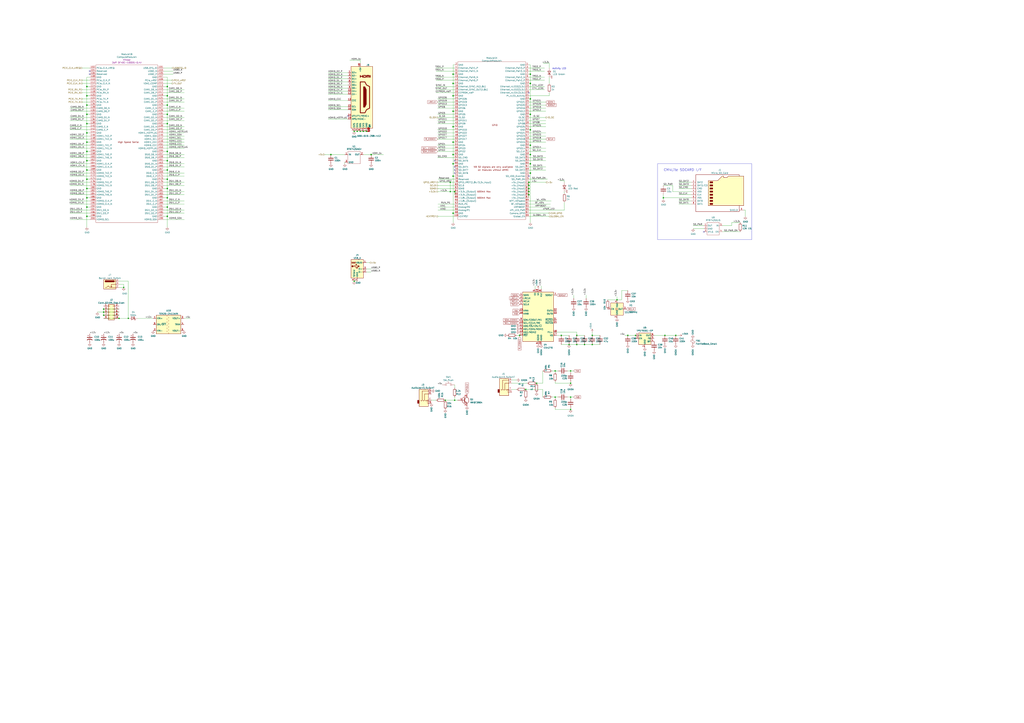
<source format=kicad_sch>
(kicad_sch (version 20230121) (generator eeschema)
  (paper "A1")
  (junction (at 486.41 275.59))
  (junction (at 435.61 142.24) (diameter 1.016))
  (junction (at 434.34 152.4) (diameter 1.016))
  (junction (at 431.8 320.04))
  (junction (at 137.414 124.46) (diameter 1.016))
  (junction (at 137.414 147.32) (diameter 1.016))
  (junction (at 480.06 283.21))
  (junction (at 473.71 283.21))
  (junction (at 71.374 139.7) (diameter 1.016))
  (junction (at 137.414 139.7) (diameter 1.016))
  (junction (at 372.11 68.58) (diameter 1.016))
  (junction (at 137.414 170.18) (diameter 1.016))
  (junction (at 372.11 78.74) (diameter 1.016))
  (junction (at 372.11 60.96) (diameter 1.016))
  (junction (at 435.61 93.98) (diameter 1.016))
  (junction (at 435.61 60.96) (diameter 1.016))
  (junction (at 372.11 175.26) (diameter 1.016))
  (junction (at 434.34 157.48) (diameter 1.016))
  (junction (at 440.69 314.96))
  (junction (at 373.38 328.93))
  (junction (at 554.99 275.59))
  (junction (at 137.414 86.36) (diameter 1.016))
  (junction (at 137.414 78.74) (diameter 1.016))
  (junction (at 101.6 236.22))
  (junction (at 295.91 107.95))
  (junction (at 372.11 144.78) (diameter 1.016))
  (junction (at 373.38 157.48) (diameter 1.016))
  (junction (at 455.93 326.39))
  (junction (at 372.11 127) (diameter 1.016))
  (junction (at 71.374 86.36) (diameter 1.016))
  (junction (at 365.76 328.93))
  (junction (at 71.374 177.8) (diameter 1.016))
  (junction (at 372.11 116.84) (diameter 1.016))
  (junction (at 486.41 283.21))
  (junction (at 461.01 275.59))
  (junction (at 369.824 157.48))
  (junction (at 71.374 109.22) (diameter 1.016))
  (junction (at 434.34 149.86) (diameter 1.016))
  (junction (at 435.61 127) (diameter 1.016))
  (junction (at 85.09 254))
  (junction (at 300.99 107.95))
  (junction (at 290.83 231.14))
  (junction (at 434.34 154.94) (diameter 1.016))
  (junction (at 546.1 275.59))
  (junction (at 71.374 101.6) (diameter 1.016))
  (junction (at 71.374 132.08) (diameter 1.016))
  (junction (at 71.374 71.12) (diameter 1.016))
  (junction (at 71.374 154.94) (diameter 1.016))
  (junction (at 97.79 261.62))
  (junction (at 304.8 127) (diameter 1.016))
  (junction (at 369.824 149.86))
  (junction (at 137.414 132.08) (diameter 1.016))
  (junction (at 71.374 93.98) (diameter 1.016))
  (junction (at 293.37 107.95))
  (junction (at 71.374 162.56) (diameter 1.016))
  (junction (at 85.09 259.08))
  (junction (at 468.63 314.96))
  (junction (at 71.374 170.18) (diameter 1.016))
  (junction (at 71.374 116.84) (diameter 1.016))
  (junction (at 71.374 78.74) (diameter 1.016))
  (junction (at 426.72 275.59))
  (junction (at 71.374 147.32) (diameter 1.016))
  (junction (at 468.63 326.39))
  (junction (at 137.414 71.12) (diameter 1.016))
  (junction (at 71.374 124.46) (diameter 1.016))
  (junction (at 455.93 304.8))
  (junction (at 137.414 177.8) (diameter 1.016))
  (junction (at 271.78 127) (diameter 1.016))
  (junction (at 544.83 162.56))
  (junction (at 372.11 134.62) (diameter 1.016))
  (junction (at 435.61 81.28) (diameter 1.016))
  (junction (at 372.11 104.14) (diameter 1.016))
  (junction (at 290.83 107.95))
  (junction (at 473.71 275.59))
  (junction (at 434.34 160.02) (diameter 1.016))
  (junction (at 137.414 93.98) (diameter 1.016))
  (junction (at 435.61 134.62) (diameter 1.016))
  (junction (at 372.11 91.44) (diameter 1.016))
  (junction (at 515.62 275.59))
  (junction (at 435.61 106.68) (diameter 1.016))
  (junction (at 435.61 119.38) (diameter 1.016))
  (junction (at 506.73 246.38))
  (junction (at 137.414 101.6) (diameter 1.016))
  (junction (at 137.414 162.56) (diameter 1.016))
  (junction (at 435.61 68.58) (diameter 1.016))
  (junction (at 137.414 154.94) (diameter 1.016))
  (junction (at 521.97 275.59))
  (junction (at 298.45 107.95))
  (junction (at 468.63 336.55))
  (junction (at 467.36 283.21))
  (junction (at 105.41 261.62))
  (junction (at 85.09 256.54))
  (junction (at 468.63 304.8))
  (no_connect (at 434.34 76.2))
  (no_connect (at 373.38 139.7))
  (no_connect (at 434.34 144.78))
  (no_connect (at 285.75 95.25))
  (no_connect (at 373.38 137.16))
  (no_connect (at 578.104 190.5))
  (no_connect (at 373.38 132.08))
  (no_connect (at 73.66 58.42))
  (no_connect (at 73.66 60.96))
  (no_connect (at 373.38 142.24))
  (wire (pts (xy 373.38 328.93) (xy 375.92 328.93)))
  (wire (pts (xy 431.8 320.04) (xy 445.77 320.04)))
  (wire (pts (xy 134.62 96.52) (xy 151.384 96.52)))
  (wire (pts (xy 71.374 154.94) (xy 73.66 154.94)))
  (wire (pts (xy 463.55 148.59) (xy 459.74 148.59)))
  (wire (pts (xy 463.55 157.48) (xy 463.55 158.75)))
  (wire (pts (xy 97.79 231.14) (xy 105.41 231.14)))
  (wire (pts (xy 298.45 127) (xy 304.8 127)))
  (wire (pts (xy 445.77 320.04) (xy 445.77 326.39)))
  (wire (pts (xy 105.41 231.14) (xy 105.41 261.62)))
  (wire (pts (xy 434.34 99.06) (xy 448.31 99.06)))
  (wire (pts (xy 359.41 114.3) (xy 373.38 114.3)))
  (wire (pts (xy 359.41 129.54) (xy 373.38 129.54)))
  (wire (pts (xy 435.61 119.38) (xy 435.61 127)))
  (wire (pts (xy 359.41 99.06) (xy 373.38 99.06)))
  (wire (pts (xy 354.33 328.93) (xy 358.14 328.93)))
  (wire (pts (xy 455.93 313.69) (xy 455.93 314.96)))
  (wire (pts (xy 434.34 78.74) (xy 451.104 78.74)))
  (wire (pts (xy 71.374 162.56) (xy 73.66 162.56)))
  (wire (pts (xy 71.374 71.12) (xy 73.66 71.12)))
  (wire (pts (xy 358.14 55.88) (xy 373.38 55.88)))
  (wire (pts (xy 372.11 144.78) (xy 373.38 144.78)))
  (wire (pts (xy 71.374 86.36) (xy 71.374 93.98)))
  (wire (pts (xy 544.83 162.56) (xy 567.69 162.56)))
  (wire (pts (xy 358.14 63.5) (xy 373.38 63.5)))
  (wire (pts (xy 151.13 261.62) (xy 156.21 261.62)))
  (wire (pts (xy 134.62 180.34) (xy 151.384 180.34)))
  (wire (pts (xy 151.384 149.86) (xy 134.62 149.86)))
  (wire (pts (xy 359.41 88.9) (xy 373.38 88.9)))
  (wire (pts (xy 57.404 127) (xy 73.66 127)))
  (wire (pts (xy 290.83 107.95) (xy 293.37 107.95)))
  (wire (pts (xy 457.2 275.59) (xy 461.01 275.59)))
  (wire (pts (xy 303.53 215.9) (xy 300.99 215.9)))
  (wire (pts (xy 134.62 60.96) (xy 142.24 60.96)))
  (wire (pts (xy 151.384 76.2) (xy 134.62 76.2)))
  (wire (pts (xy 369.824 157.48) (xy 373.38 157.48)))
  (wire (pts (xy 295.91 107.95) (xy 298.45 107.95)))
  (wire (pts (xy 71.374 93.98) (xy 73.66 93.98)))
  (wire (pts (xy 269.494 74.93) (xy 285.75 74.93)))
  (wire (pts (xy 300.99 107.95) (xy 303.53 107.95)))
  (wire (pts (xy 434.34 157.48) (xy 434.34 160.02)))
  (wire (pts (xy 269.494 69.85) (xy 285.75 69.85)))
  (wire (pts (xy 434.34 111.76) (xy 448.31 111.76)))
  (wire (pts (xy 271.78 127) (xy 283.21 127)))
  (wire (pts (xy 444.5 234.95) (xy 444.5 237.49)))
  (wire (pts (xy 269.494 82.55) (xy 285.75 82.55)))
  (wire (pts (xy 57.404 114.3) (xy 73.66 114.3)))
  (wire (pts (xy 57.404 119.38) (xy 73.66 119.38)))
  (wire (pts (xy 372.11 91.44) (xy 372.11 104.14)))
  (wire (pts (xy 435.61 134.62) (xy 435.61 142.24)))
  (wire (pts (xy 434.34 170.18) (xy 452.12 170.18)))
  (wire (pts (xy 473.71 275.59) (xy 480.06 275.59)))
  (wire (pts (xy 463.55 149.86) (xy 463.55 148.59)))
  (wire (pts (xy 515.62 275.59) (xy 521.97 275.59)))
  (wire (pts (xy 151.384 73.66) (xy 134.62 73.66)))
  (wire (pts (xy 71.374 147.32) (xy 73.66 147.32)))
  (wire (pts (xy 434.34 119.38) (xy 435.61 119.38)))
  (wire (pts (xy 73.66 152.4) (xy 57.404 152.4)))
  (wire (pts (xy 546.1 275.59) (xy 554.99 275.59)))
  (wire (pts (xy 71.374 162.56) (xy 71.374 170.18)))
  (wire (pts (xy 448.31 129.54) (xy 434.34 129.54)))
  (wire (pts (xy 434.34 154.94) (xy 434.34 157.48)))
  (wire (pts (xy 57.404 172.72) (xy 73.66 172.72)))
  (wire (pts (xy 451.104 78.74) (xy 451.104 76.2)))
  (wire (pts (xy 455.93 335.28) (xy 455.93 336.55)))
  (wire (pts (xy 151.384 81.28) (xy 134.62 81.28)))
  (wire (pts (xy 434.34 104.14) (xy 448.31 104.14)))
  (wire (pts (xy 593.344 185.42) (xy 600.964 185.42)))
  (wire (pts (xy 372.11 134.62) (xy 373.38 134.62)))
  (wire (pts (xy 434.34 132.08) (xy 448.31 132.08)))
  (wire (pts (xy 434.34 83.82) (xy 448.31 83.82)))
  (wire (pts (xy 434.34 142.24) (xy 435.61 142.24)))
  (wire (pts (xy 57.404 157.48) (xy 73.66 157.48)))
  (wire (pts (xy 434.34 106.68) (xy 435.61 106.68)))
  (wire (pts (xy 71.374 101.6) (xy 73.66 101.6)))
  (wire (pts (xy 269.494 67.31) (xy 285.75 67.31)))
  (wire (pts (xy 424.18 320.04) (xy 420.37 320.04)))
  (wire (pts (xy 451.104 63.5) (xy 451.104 68.58)))
  (wire (pts (xy 557.53 165.1) (xy 567.69 165.1)))
  (wire (pts (xy 434.34 60.96) (xy 435.61 60.96)))
  (wire (pts (xy 446.024 52.07) (xy 451.104 52.07)))
  (wire (pts (xy 137.414 162.56) (xy 137.414 170.18)))
  (wire (pts (xy 434.34 175.26) (xy 450.85 175.26)))
  (wire (pts (xy 71.374 71.12) (xy 71.374 78.74)))
  (wire (pts (xy 434.34 53.34) (xy 435.61 53.34)))
  (wire (pts (xy 73.66 149.86) (xy 57.404 149.86)))
  (wire (pts (xy 134.62 170.18) (xy 137.414 170.18)))
  (wire (pts (xy 373.38 53.34) (xy 372.11 53.34)))
  (wire (pts (xy 434.34 58.42) (xy 447.294 58.42)))
  (wire (pts (xy 57.404 111.76) (xy 73.66 111.76)))
  (wire (pts (xy 283.21 133.35) (xy 283.21 134.62)))
  (wire (pts (xy 71.374 93.98) (xy 71.374 101.6)))
  (wire (pts (xy 113.03 261.62) (xy 125.73 261.62)))
  (wire (pts (xy 359.41 119.38) (xy 373.38 119.38)))
  (wire (pts (xy 600.964 182.88) (xy 600.964 185.42)))
  (wire (pts (xy 473.71 283.21) (xy 480.06 283.21)))
  (wire (pts (xy 612.14 172.72) (xy 610.87 172.72)))
  (wire (pts (xy 435.61 81.28) (xy 435.61 93.98)))
  (wire (pts (xy 434.34 96.52) (xy 448.31 96.52)))
  (wire (pts (xy 486.41 275.59) (xy 492.76 275.59)))
  (wire (pts (xy 434.34 71.12) (xy 447.294 71.12)))
  (wire (pts (xy 57.404 106.68) (xy 73.66 106.68)))
  (wire (pts (xy 435.61 68.58) (xy 435.61 81.28)))
  (wire (pts (xy 137.414 78.74) (xy 137.414 71.12)))
  (wire (pts (xy 435.61 142.24) (xy 435.61 182.88)))
  (wire (pts (xy 57.404 121.92) (xy 73.66 121.92)))
  (wire (pts (xy 461.01 283.21) (xy 467.36 283.21)))
  (wire (pts (xy 458.47 304.8) (xy 455.93 304.8)))
  (wire (pts (xy 71.374 124.46) (xy 73.66 124.46)))
  (wire (pts (xy 137.414 86.36) (xy 137.414 78.74)))
  (wire (pts (xy 593.344 190.5) (xy 607.949 190.5)))
  (wire (pts (xy 134.62 167.64) (xy 151.384 167.64)))
  (wire (pts (xy 80.01 256.54) (xy 85.09 256.54)))
  (wire (pts (xy 137.414 154.94) (xy 137.414 162.56)))
  (wire (pts (xy 137.414 71.12) (xy 137.414 63.5)))
  (wire (pts (xy 71.374 116.84) (xy 71.374 124.46)))
  (wire (pts (xy 435.61 60.96) (xy 435.61 68.58)))
  (wire (pts (xy 73.66 73.66) (xy 67.564 73.66)))
  (wire (pts (xy 137.414 139.7) (xy 137.414 147.32)))
  (wire (pts (xy 137.414 124.46) (xy 137.414 132.08)))
  (wire (pts (xy 466.09 304.8) (xy 468.63 304.8)))
  (wire (pts (xy 151.384 152.4) (xy 134.62 152.4)))
  (wire (pts (xy 134.62 144.78) (xy 151.384 144.78)))
  (wire (pts (xy 468.63 304.8) (xy 471.17 304.8)))
  (wire (pts (xy 134.62 114.3) (xy 151.384 114.3)))
  (wire (pts (xy 359.41 86.36) (xy 373.38 86.36)))
  (wire (pts (xy 134.62 101.6) (xy 137.414 101.6)))
  (wire (pts (xy 434.34 91.44) (xy 448.31 91.44)))
  (wire (pts (xy 134.62 68.58) (xy 141.224 68.58)))
  (wire (pts (xy 359.41 149.86) (xy 369.824 149.86)))
  (wire (pts (xy 434.34 93.98) (xy 435.61 93.98)))
  (wire (pts (xy 358.14 76.2) (xy 373.38 76.2)))
  (wire (pts (xy 134.62 88.9) (xy 151.384 88.9)))
  (wire (pts (xy 434.34 114.3) (xy 448.31 114.3)))
  (wire (pts (xy 359.41 96.52) (xy 373.38 96.52)))
  (wire (pts (xy 101.6 233.68) (xy 101.6 236.22)))
  (wire (pts (xy 420.37 312.42) (xy 424.18 312.42)))
  (wire (pts (xy 134.62 162.56) (xy 137.414 162.56)))
  (wire (pts (xy 510.54 238.76) (xy 510.54 246.38)))
  (polyline (pts (xy 540.004 196.85) (xy 540.004 134.62)) (stroke (width 0) (type solid)))
  (wire (pts (xy 468.63 326.39) (xy 471.17 326.39)))
  (wire (pts (xy 137.414 101.6) (xy 137.414 124.46)))
  (wire (pts (xy 372.11 53.34) (xy 372.11 60.96)))
  (wire (pts (xy 358.14 71.12) (xy 373.38 71.12)))
  (wire (pts (xy 101.6 233.68) (xy 97.79 233.68)))
  (wire (pts (xy 71.374 139.7) (xy 73.66 139.7)))
  (wire (pts (xy 486.41 273.05) (xy 486.41 275.59)))
  (wire (pts (xy 134.62 165.1) (xy 151.384 165.1)))
  (wire (pts (xy 369.824 149.86) (xy 373.38 149.86)))
  (wire (pts (xy 468.63 304.8) (xy 468.63 306.07)))
  (wire (pts (xy 71.374 109.22) (xy 71.374 116.84)))
  (wire (pts (xy 480.06 283.21) (xy 486.41 283.21)))
  (wire (pts (xy 151.384 83.82) (xy 134.62 83.82)))
  (wire (pts (xy 57.404 144.78) (xy 73.66 144.78)))
  (wire (pts (xy 71.374 116.84) (xy 73.66 116.84)))
  (wire (pts (xy 552.45 157.48) (xy 567.69 157.48)))
  (wire (pts (xy 359.41 81.28) (xy 373.38 81.28)))
  (wire (pts (xy 134.62 121.92) (xy 151.384 121.92)))
  (wire (pts (xy 426.72 275.59) (xy 426.72 276.86)))
  (wire (pts (xy 269.494 77.47) (xy 285.75 77.47)))
  (wire (pts (xy 486.41 283.21) (xy 492.76 283.21)))
  (wire (pts (xy 372.11 116.84) (xy 372.11 127)))
  (wire (pts (xy 97.79 261.62) (xy 105.41 261.62)))
  (wire (pts (xy 151.384 106.68) (xy 134.62 106.68)))
  (wire (pts (xy 521.97 275.59) (xy 521.97 278.13)))
  (wire (pts (xy 359.664 170.18) (xy 373.38 170.18)))
  (wire (pts (xy 434.34 177.8) (xy 450.85 177.8)))
  (wire (pts (xy 434.34 121.92) (xy 448.31 121.92)))
  (wire (pts (xy 359.41 106.68) (xy 373.38 106.68)))
  (wire (pts (xy 440.69 314.96) (xy 445.77 314.96)))
  (wire (pts (xy 85.09 256.54) (xy 85.09 259.08)))
  (wire (pts (xy 359.664 167.64) (xy 373.38 167.64)))
  (wire (pts (xy 298.45 107.95) (xy 300.99 107.95)))
  (wire (pts (xy 151.384 127) (xy 134.62 127)))
  (wire (pts (xy 372.11 104.14) (xy 373.38 104.14)))
  (wire (pts (xy 451.104 55.88) (xy 451.104 52.07)))
  (wire (pts (xy 434.34 147.32) (xy 449.58 147.32)))
  (wire (pts (xy 134.62 91.44) (xy 151.384 91.44)))
  (wire (pts (xy 578.104 185.42) (xy 569.214 185.42)))
  (wire (pts (xy 434.34 68.58) (xy 435.61 68.58)))
  (wire (pts (xy 57.404 175.26) (xy 73.66 175.26)))
  (polyline (pts (xy 617.474 196.85) (xy 540.004 196.85)) (stroke (width 0) (type solid)))
  (wire (pts (xy 466.09 326.39) (xy 468.63 326.39)))
  (wire (pts (xy 434.34 66.04) (xy 447.294 66.04)))
  (wire (pts (xy 554.99 275.59) (xy 557.53 275.59)))
  (wire (pts (xy 372.11 78.74) (xy 373.38 78.74)))
  (wire (pts (xy 557.53 167.64) (xy 567.69 167.64)))
  (wire (pts (xy 71.374 177.8) (xy 71.374 186.69)))
  (wire (pts (xy 358.14 66.04) (xy 373.38 66.04)))
  (wire (pts (xy 373.38 326.39) (xy 373.38 328.93)))
  (wire (pts (xy 544.83 162.56) (xy 544.83 163.83)))
  (wire (pts (xy 137.414 63.5) (xy 134.62 63.5)))
  (wire (pts (xy 424.18 275.59) (xy 426.72 275.59)))
  (wire (pts (xy 513.08 275.59) (xy 515.62 275.59)))
  (wire (pts (xy 434.34 160.02) (xy 434.34 162.56)))
  (wire (pts (xy 67.564 55.88) (xy 73.66 55.88)))
  (wire (pts (xy 73.66 170.18) (xy 71.374 170.18)))
  (wire (pts (xy 269.494 64.77) (xy 285.75 64.77)))
  (wire (pts (xy 359.664 172.72) (xy 373.38 172.72)))
  (wire (pts (xy 612.14 177.8) (xy 612.14 172.72)))
  (wire (pts (xy 468.63 314.96) (xy 468.63 313.69)))
  (wire (pts (xy 468.63 336.55) (xy 468.63 335.28)))
  (wire (pts (xy 134.62 99.06) (xy 151.384 99.06)))
  (wire (pts (xy 373.38 60.96) (xy 372.11 60.96)))
  (wire (pts (xy 455.93 336.55) (xy 468.63 336.55)))
  (wire (pts (xy 134.62 124.46) (xy 137.414 124.46)))
  (wire (pts (xy 269.494 62.23) (xy 285.75 62.23)))
  (wire (pts (xy 71.374 132.08) (xy 71.374 139.7)))
  (wire (pts (xy 435.61 93.98) (xy 435.61 106.68)))
  (wire (pts (xy 607.949 182.88) (xy 600.964 182.88)))
  (wire (pts (xy 73.66 137.16) (xy 57.404 137.16)))
  (wire (pts (xy 137.414 101.6) (xy 137.414 93.98)))
  (wire (pts (xy 85.09 261.62) (xy 97.79 261.62)))
  (wire (pts (xy 420.37 314.96) (xy 433.07 314.96)))
  (wire (pts (xy 359.41 121.92) (xy 373.38 121.92)))
  (wire (pts (xy 71.374 86.36) (xy 73.66 86.36)))
  (wire (pts (xy 365.76 328.93) (xy 373.38 328.93)))
  (wire (pts (xy 463.55 166.37) (xy 463.55 172.72)))
  (wire (pts (xy 57.404 142.24) (xy 73.66 142.24)))
  (wire (pts (xy 293.37 107.95) (xy 295.91 107.95)))
  (wire (pts (xy 134.62 66.04) (xy 141.224 66.04)))
  (wire (pts (xy 434.34 86.36) (xy 448.31 86.36)))
  (wire (pts (xy 73.66 167.64) (xy 57.404 167.64)))
  (wire (pts (xy 372.11 104.14) (xy 372.11 116.84)))
  (wire (pts (xy 134.62 147.32) (xy 137.414 147.32)))
  (wire (pts (xy 269.494 72.39) (xy 285.75 72.39)))
  (wire (pts (xy 434.34 73.66) (xy 447.294 73.66)))
  (wire (pts (xy 134.62 175.26) (xy 151.384 175.26)))
  (wire (pts (xy 359.41 111.76) (xy 373.38 111.76)))
  (wire (pts (xy 372.11 68.58) (xy 372.11 78.74)))
  (wire (pts (xy 372.11 116.84) (xy 373.38 116.84)))
  (polyline (pts (xy 617.474 134.62) (xy 617.474 196.85)) (stroke (width 0) (type solid)))
  (wire (pts (xy 134.62 58.42) (xy 142.24 58.42)))
  (wire (pts (xy 304.8 223.52) (xy 300.99 223.52)))
  (wire (pts (xy 137.414 147.32) (xy 137.414 154.94)))
  (wire (pts (xy 295.91 49.53) (xy 295.91 52.07)))
  (wire (pts (xy 71.374 147.32) (xy 71.374 154.94)))
  (wire (pts (xy 304.8 127) (xy 314.96 127)))
  (wire (pts (xy 151.384 104.14) (xy 134.62 104.14)))
  (wire (pts (xy 499.11 246.38) (xy 506.73 246.38)))
  (wire (pts (xy 71.374 170.18) (xy 71.374 177.8)))
  (wire (pts (xy 457.2 273.05) (xy 473.71 273.05)))
  (wire (pts (xy 304.8 220.98) (xy 300.99 220.98)))
  (wire (pts (xy 137.414 177.8) (xy 137.414 186.69)))
  (wire (pts (xy 134.62 142.24) (xy 151.384 142.24)))
  (wire (pts (xy 453.39 326.39) (xy 455.93 326.39)))
  (wire (pts (xy 266.7 127) (xy 271.78 127)))
  (wire (pts (xy 359.41 93.98) (xy 373.38 93.98)))
  (wire (pts (xy 67.564 83.82) (xy 73.66 83.82)))
  (wire (pts (xy 134.62 109.22) (xy 151.384 109.22)))
  (wire (pts (xy 134.62 78.74) (xy 137.414 78.74)))
  (wire (pts (xy 435.61 53.34) (xy 435.61 60.96)))
  (wire (pts (xy 73.66 91.44) (xy 57.404 91.44)))
  (wire (pts (xy 544.83 152.4) (xy 552.45 152.4)))
  (wire (pts (xy 137.414 170.18) (xy 137.414 177.8)))
  (wire (pts (xy 358.14 58.42) (xy 373.38 58.42)))
  (wire (pts (xy 359.41 177.8) (xy 373.38 177.8)))
  (wire (pts (xy 373.38 68.58) (xy 372.11 68.58)))
  (wire (pts (xy 372.11 134.62) (xy 372.11 144.78)))
  (wire (pts (xy 434.34 81.28) (xy 435.61 81.28)))
  (wire (pts (xy 468.63 326.39) (xy 468.63 327.66)))
  (wire (pts (xy 372.11 144.78) (xy 372.11 175.26)))
  (wire (pts (xy 359.41 124.46) (xy 373.38 124.46)))
  (wire (pts (xy 445.77 304.8) (xy 445.77 314.96)))
  (wire (pts (xy 71.374 124.46) (xy 71.374 132.08)))
  (wire (pts (xy 552.45 157.48) (xy 552.45 152.4)))
  (wire (pts (xy 71.374 101.6) (xy 71.374 109.22)))
  (wire (pts (xy 510.54 246.38) (xy 506.73 246.38)))
  (wire (pts (xy 359.8672 147.32) (xy 373.38 147.32)))
  (wire (pts (xy 134.62 116.84) (xy 151.384 116.84)))
  (wire (pts (xy 434.34 63.5) (xy 447.294 63.5)))
  (wire (pts (xy 71.374 63.5) (xy 71.374 71.12)))
  (wire (pts (xy 71.374 132.08) (xy 73.66 132.08)))
  (wire (pts (xy 358.14 73.66) (xy 373.38 73.66)))
  (wire (pts (xy 57.404 129.54) (xy 73.66 129.54)))
  (wire (pts (xy 269.494 90.17) (xy 285.75 90.17)))
  (wire (pts (xy 85.09 254) (xy 85.09 256.54)))
  (wire (pts (xy 434.34 149.86) (xy 448.31 149.86)))
  (wire (pts (xy 455.93 314.96) (xy 468.63 314.96)))
  (wire (pts (xy 134.62 71.12) (xy 137.414 71.12)))
  (wire (pts (xy 101.6 236.22) (xy 97.79 236.22)))
  (wire (pts (xy 359.41 83.82) (xy 373.38 83.82)))
  (wire (pts (xy 134.62 86.36) (xy 137.414 86.36)))
  (wire (pts (xy 373.38 175.26) (xy 372.11 175.26)))
  (wire (pts (xy 439.42 234.95) (xy 439.42 237.49)))
  (wire (pts (xy 372.11 127) (xy 372.11 134.62)))
  (wire (pts (xy 71.374 78.74) (xy 71.374 86.36)))
  (wire (pts (xy 372.11 127) (xy 373.38 127)))
  (wire (pts (xy 134.62 154.94) (xy 137.414 154.94)))
  (wire (pts (xy 372.11 91.44) (xy 373.38 91.44)))
  (wire (pts (xy 434.34 152.4) (xy 434.34 154.94)))
  (wire (pts (xy 57.404 180.34) (xy 73.66 180.34)))
  (wire (pts (xy 71.374 109.22) (xy 73.66 109.22)))
  (wire (pts (xy 85.09 254) (xy 97.79 254)))
  (wire (pts (xy 557.53 160.02) (xy 567.69 160.02)))
  (wire (pts (xy 73.66 165.1) (xy 57.404 165.1)))
  (wire (pts (xy 287.274 49.53) (xy 295.91 49.53)))
  (wire (pts (xy 434.34 167.64) (xy 452.12 167.64)))
  (wire (pts (xy 359.41 101.6) (xy 373.38 101.6)))
  (wire (pts (xy 557.53 152.4) (xy 567.69 152.4)))
  (wire (pts (xy 85.09 259.08) (xy 97.79 259.08)))
  (wire (pts (xy 269.494 97.79) (xy 285.75 97.79)))
  (wire (pts (xy 151.384 160.02) (xy 134.62 160.02)))
  (wire (pts (xy 434.34 172.72) (xy 463.55 172.72)))
  (wire (pts (xy 137.414 132.08) (xy 137.414 139.7)))
  (wire (pts (xy 372.11 60.96) (xy 372.11 68.58)))
  (wire (pts (xy 134.62 119.38) (xy 151.384 119.38)))
  (wire (pts (xy 134.62 172.72) (xy 151.384 172.72)))
  (wire (pts (xy 557.53 149.86) (xy 567.69 149.86)))
  (wire (pts (xy 73.66 177.8) (xy 71.374 177.8)))
  (wire (pts (xy 57.404 104.14) (xy 73.66 104.14)))
  (wire (pts (xy 134.62 93.98) (xy 137.414 93.98)))
  (wire (pts (xy 471.17 242.57) (xy 471.17 245.11)))
  (wire (pts (xy 372.11 78.74) (xy 372.11 91.44)))
  (wire (pts (xy 467.36 283.21) (xy 473.71 283.21)))
  (wire (pts (xy 434.34 55.88) (xy 447.294 55.88)))
  (wire (pts (xy 151.384 129.54) (xy 134.62 129.54)))
  (wire (pts (xy 434.34 109.22) (xy 448.31 109.22)))
  (wire (pts (xy 369.824 149.86) (xy 369.824 157.48)))
  (wire (pts (xy 73.66 134.62) (xy 57.404 134.62)))
  (wire (pts (xy 453.39 304.8) (xy 455.93 304.8)))
  (wire (pts (xy 458.47 326.39) (xy 455.93 326.39)))
  (wire (pts (xy 435.61 127) (xy 435.61 134.62)))
  (wire (pts (xy 269.494 87.63) (xy 285.75 87.63)))
  (wire (pts (xy 151.384 157.48) (xy 134.62 157.48)))
  (wire (pts (xy 434.34 134.62) (xy 435.61 134.62)))
  (wire (pts (xy 373.38 316.23) (xy 373.38 318.77)))
  (wire (pts (xy 67.564 81.28) (xy 73.66 81.28)))
  (wire (pts (xy 461.01 275.59) (xy 467.36 275.59)))
  (wire (pts (xy 435.61 106.68) (xy 435.61 119.38)))
  (wire (pts (xy 359.41 152.4) (xy 373.38 152.4)))
  (wire (pts (xy 359.41 154.94) (xy 373.38 154.94)))
  (wire (pts (xy 455.93 304.8) (xy 455.93 306.07)))
  (wire (pts (xy 537.21 275.59) (xy 546.1 275.59)))
  (wire (pts (xy 57.404 160.02) (xy 73.66 160.02)))
  (wire (pts (xy 141.224 55.88) (xy 134.62 55.88)))
  (wire (pts (xy 73.66 63.5) (xy 71.374 63.5)))
  (wire (pts (xy 578.104 187.96) (xy 569.214 187.96)))
  (wire (pts (xy 544.83 160.02) (xy 544.83 162.56)))
  (wire (pts (xy 134.62 137.16) (xy 151.384 137.16)))
  (wire (pts (xy 506.73 243.84) (xy 506.73 246.38)))
  (wire (pts (xy 134.62 134.62) (xy 151.384 134.62)))
  (wire (pts (xy 455.93 326.39) (xy 455.93 327.66)))
  (wire (pts (xy 434.34 101.6) (xy 448.31 101.6)))
  (wire (pts (xy 73.66 99.06) (xy 57.404 99.06)))
  (wire (pts (xy 434.34 127) (xy 435.61 127)))
  (wire (pts (xy 359.41 157.48) (xy 369.824 157.48)))
  (wire (pts (xy 67.564 66.04) (xy 73.66 66.04)))
  (polyline (pts (xy 540.004 134.62) (xy 617.474 134.62)) (stroke (width 0) (type solid)))
  (wire (pts (xy 373.38 160.02) (xy 373.38 157.48)))
  (wire (pts (xy 481.33 242.57) (xy 481.33 245.11)))
  (wire (pts (xy 71.374 139.7) (xy 71.374 147.32)))
  (wire (pts (xy 73.66 88.9) (xy 57.404 88.9)))
  (wire (pts (xy 73.66 96.52) (xy 57.404 96.52)))
  (wire (pts (xy 67.564 68.58) (xy 73.66 68.58)))
  (wire (pts (xy 85.09 256.54) (xy 97.79 256.54)))
  (wire (pts (xy 134.62 177.8) (xy 137.414 177.8)))
  (wire (pts (xy 134.62 139.7) (xy 137.414 139.7)))
  (wire (pts (xy 73.66 76.2) (xy 67.564 76.2)))
  (wire (pts (xy 515.62 238.76) (xy 510.54 238.76)))
  (wire (pts (xy 557.53 154.94) (xy 567.69 154.94)))
  (wire (pts (xy 434.34 165.1) (xy 452.755 165.1)))
  (wire (pts (xy 434.34 149.86) (xy 434.34 152.4)))
  (wire (pts (xy 137.414 93.98) (xy 137.414 86.36)))
  (wire (pts (xy 269.494 59.69) (xy 285.75 59.69)))
  (wire (pts (xy 448.31 124.46) (xy 434.34 124.46)))
  (wire (pts (xy 359.41 109.22) (xy 373.38 109.22)))
  (wire (pts (xy 473.71 273.05) (xy 473.71 275.59)))
  (wire (pts (xy 434.34 88.9) (xy 448.31 88.9)))
  (wire (pts (xy 372.11 175.26) (xy 372.11 182.88)))
  (wire (pts (xy 448.31 137.16) (xy 434.34 137.16)))
  (wire (pts (xy 71.374 154.94) (xy 71.374 162.56)))
  (wire (pts (xy 134.62 111.76) (xy 151.384 111.76)))
  (wire (pts (xy 434.34 116.84) (xy 448.31 116.84)))
  (wire (pts (xy 434.34 139.7) (xy 448.31 139.7)))
  (wire (pts (xy 134.62 132.08) (xy 137.414 132.08)))
  (wire (pts (xy 71.374 78.74) (xy 73.66 78.74)))
  (wire (pts (xy 290.83 231.14) (xy 293.37 231.14)))
  (text "Activity LED" (at 453.644 57.15 0) (effects (font (size 1.27 1.27)) (justify left bottom)))
  (text "CM4Lite SDCARD I/F" (at 545.084 140.97 0) (effects (font (size 2.007 2.007)) (justify left bottom)))
  (label "EEPROM_nWP" (at 370.332 76.2 180))
  (label "AIN0" (at 366.014 172.72 180))
  (label "HDMI0_D0_N" (at 57.404 160.02 0))
  (label "TRD1_P" (at 364.49 55.88 180))
  (label "GPIO8" (at 443.23 101.6 180))
  (label "CAM0_C_N" (at 57.404 104.14 0))
  (label "GPIO10" (at 367.03 106.68 180))
  (label "SD_PWR_ON" (at 594.614 190.5 0))
  (label "HDMI0_CEC" (at 269.494 82.55 0))
  (label "DSI0_D0_P" (at 148.844 129.54 180))
  (label "DSI1_D1_N" (at 148.844 157.48 180))
  (label "CAM1_D3_N" (at 149.479 104.14 180))
  (label "HDMI1_D1_P" (at 57.404 119.38 0))
  (label "ETH_LEDY" (at 437.134 71.12 0))
  (label "SD_CMD" (at 367.03 129.54 180))
  (label "TRD1_N" (at 364.49 58.42 180))
  (label "GPIO27" (at 367.03 111.76 180))
  (label "HDMI0_CK_N" (at 269.494 77.47 0))
  (label "GPIO24" (at 444.5 109.22 180))
  (label "HDMI1_D1_N" (at 57.404 121.92 0))
  (label "SD_CLK" (at 444.5 124.46 180))
  (label "ETH_LEDG" (at 437.134 73.66 0))
  (label "HDMI0_D0_N" (at 269.494 72.39 0))
  (label "DSI1_D3_N" (at 57.404 172.72 0))
  (label "+5v" (at 363.22 316.23 180))
  (label "+3.3v" (at 439.42 234.95 90))
  (label "BT_nDis" (at 446.8876 167.64 180))
  (label "CAM1_D0_P" (at 149.479 76.2 180))
  (label "DSI1_D1_P" (at 148.844 160.02 180))
  (label "GPIO3" (at 365.76 121.92 180))
  (label "HDMI0_SCL" (at 57.404 180.34 0))
  (label "+5v" (at 156.21 261.62 180))
  (label "HDMI0_D1_P" (at 269.494 64.77 0))
  (label "+12v" (at 119.38 261.62 0))
  (label "HDMI1_CK_P" (at 69.469 134.62 180))
  (label "GPIO2" (at 365.76 124.46 180))
  (label "GPIO5" (at 365.76 93.98 180))
  (label "DSI1_D2_N" (at 138.684 172.72 0))
  (label "GPIO26" (at 367.03 81.28 180))
  (label "HDMI_5v" (at 288.544 49.53 0))
  (label "+5v" (at 97.79 274.32 0))
  (label "SD_DAT1" (at 445.77 137.16 180))
  (label "HDMI0_D2_N" (at 269.494 62.23 0))
  (label "USBD_N" (at 304.8 223.52 0))
  (label "GPIO21" (at 444.5 83.82 180))
  (label "HDMI0_D1_P" (at 68.834 149.86 180))
  (label "ID_SC" (at 443.23 96.52 180))
  (label "CAM1_D0_N" (at 149.479 73.66 180))
  (label "HDMI0_SDA" (at 138.684 180.34 0))
  (label "HDMI1_D2_N" (at 57.404 114.3 0))
  (label "CAM1_D2_N" (at 138.684 96.52 0))
  (label "SD_DAT1" (at 557.53 167.64 0))
  (label "HDMI0_HOTPLUG" (at 138.684 121.92 0))
  (label "+12v" (at 73.66 274.32 0))
  (label "DSI0_C_P" (at 138.684 144.78 0))
  (label "DSI1_D2_P" (at 138.684 175.26 0))
  (label "HDMI0_D1_N" (at 68.834 152.4 180))
  (label "HDMI0_D0_P" (at 57.404 157.48 0))
  (label "GPIO19" (at 367.03 83.82 180))
  (label "+3.3v" (at 451.104 52.07 180))
  (label "TRD0_N" (at 364.49 63.5 180))
  (label "GPIO14" (at 444.5 121.92 180))
  (label "DSI1_C_P" (at 138.684 167.64 0))
  (label "CAM0_D0_N" (at 68.834 88.9 180))
  (label "Reserved" (at 368.935 147.32 180))
  (label "HDMI0_SCL" (at 269.494 87.63 0))
  (label "CAM1_C_P" (at 138.684 91.44 0))
  (label "DSI1_D0_P" (at 148.844 152.4 180))
  (label "USBD_N" (at 142.24 58.42 0))
  (label "HDMI0_CK_P" (at 68.834 165.1 180))
  (label "SD_DAT2" (at 445.77 139.7 180))
  (label "HDMI0_CK_N" (at 68.834 167.64 180))
  (label "GPIO15" (at 444.5 116.84 180))
  (label "DSI0_C_N" (at 138.684 142.24 0))
  (label "SD_CLK" (at 557.53 160.02 0))
  (label "GPIO9" (at 365.76 101.6 180))
  (label "GPIO20" (at 444.5 86.36 180))
  (label "+3.3v" (at 367.284 157.48 180))
  (label "nPWR_LED" (at 445.77 172.72 0))
  (label "CAM1_D1_P" (at 149.479 83.82 180))
  (label "GPIO23" (at 444.5 111.76 180))
  (label "HDMI0_D0_P" (at 269.494 69.85 0))
  (label "DSI0_D1_N" (at 138.684 134.62 0))
  (label "CAM1_D2_P" (at 138.684 99.06 0))
  (label "+5v" (at 513.08 275.59 180))
  (label "TRD0_P" (at 364.49 66.04 180))
  (label "+3.3v" (at 607.949 182.88 180))
  (label "HDMI0_SDA" (at 269.494 90.17 0))
  (label "GPIO_VREF" (at 360.934 149.86 0))
  (label "ID_SD" (at 365.76 96.52 180))
  (label "AIN1" (at 366.014 170.18 180))
  (label "HDMI1_D0_P" (at 57.404 127 0))
  (label "DSI1_D0_N" (at 148.844 149.86 180))
  (label "SD_PWR" (at 569.214 185.42 0))
  (label "SD_DAT0" (at 557.53 165.1 0))
  (label "GPIO7" (at 443.23 99.06 180))
  (label "GPIO6" (at 365.76 88.9 180))
  (label "WL_nDis" (at 448.31 165.1 180))
  (label "CAM1_C_N" (at 138.684 88.9 0))
  (label "DSI1_C_N" (at 138.684 165.1 0))
  (label "+12v" (at 85.09 274.32 0))
  (label "GPIO22" (at 367.03 109.22 180))
  (label "CAM1_D3_P" (at 149.479 106.68 180))
  (label "HDMI0_D1_N" (at 269.494 67.31 0))
  (label "SYNC_OUT" (at 367.284 73.66 180))
  (label "GPIO25" (at 444.5 104.14 180))
  (label "DSI0_D0_N" (at 148.844 127 180))
  (label "GPIO11" (at 367.03 99.06 180))
  (label "HDMI0_CEC" (at 138.684 119.38 0))
  (label "HDMI1_SCL" (at 138.684 114.3 0))
  (label "HDMI0_D2_P" (at 269.494 59.69 0))
  (label "CAM1_D1_N" (at 149.479 81.28 180))
  (label "TRD2_P" (at 437.134 66.04 0))
  (label "TRD3_P" (at 437.134 55.88 0))
  (label "+3.3v" (at 471.17 242.57 90))
  (label "HDMI1_CK_N" (at 69.469 137.16 180))
  (label "+5v" (at 109.22 274.32 0))
  (label "CAM0_D1_N" (at 68.834 96.52 180))
  (label "HDMI1_D2_P" (at 57.404 111.76 0))
  (label "GPIO12" (at 444.5 91.44 180))
  (label "SD_PWR_ON" (at 436.88 147.32 0))
  (label "SD_DAT3" (at 557.53 152.4 0))
  (label "GLOBAL_EN" (at 448.31 177.8 180))
  (label "TRD2_N" (at 437.134 63.5 0))
  (label "HDMI_5v" (at 313.69 127 180))
  (label "TRD3_N" (at 437.134 58.42 0))
  (label "GPIO16" (at 444.5 88.9 180))
  (label "DSI1_D3_P" (at 57.404 175.26 0))
  (label "HDMI1_D0_N" (at 57.404 129.54 0))
  (label "HDMI0_HOTPLUG" (at 269.494 97.79 0))
  (label "RUN_PG" (at 369.824 167.64 180))
  (label "SD_PWR" (at 544.83 152.4 0))
  (label "SD_DAT0" (at 445.77 132.08 180))
  (label "HDMI0_D2_N" (at 57.404 144.78 0))
  (label "SYNC_IN" (at 365.76 71.12 180))
  (label "HDMI1_SDA" (at 138.684 111.76 0))
  (label "CAM0_D1_P" (at 68.834 99.06 180))
  (label "SD_DAT3" (at 445.77 129.54 180))
  (label "HDMI1_HOTPLUG" (at 138.684 109.22 0))
  (label "+3.3v" (at 506.73 243.84 90))
  (label "nRPIBOOT" (at 448.7672 170.18 180))
  (label "HDMI0_D2_P" (at 57.404 142.24 0))
  (label "+5v" (at 440.69 149.86 180))
  (label "+3.3v" (at 481.33 242.57 90))
  (label "HDMI0_CK_P" (at 269.494 74.93 0))
  (label "+3.3v" (at 463.55 148.59 180))
  (label "+3.3v" (at 444.5 234.95 90))
  (label "DSI0_D1_P" (at 138.684 137.16 0))
  (label "GPIO17" (at 367.03 114.3 180))
  (label "SD_CMD" (at 557.53 154.94 0))
  (label "GPIO18" (at 444.5 114.3 180))
  (label "GPIO4" (at 365.76 119.38 180))
  (label "SD_DAT2" (at 557.53 149.86 0))
  (label "HDMI1_CEC" (at 138.684 116.84 0))
  (label "GPIO13" (at 367.03 86.36 180))
  (label "USBD_P" (at 304.8 220.98 0))
  (label "CAM0_C_P" (at 57.404 106.68 0))
  (label "USBD_P" (at 142.24 60.96 0))
  (label "CAM0_D0_P" (at 68.834 91.44 180))
  (global_label "SDOUT" (shape input) (at 448.31 86.36 0) (property "Intersheetrefs" "${INTERSHEET_REFS}" (effects hide)))
  (global_label "SCLK" (shape input) (at 426.72 250.19 180) (property "Intersheetrefs" "${INTERSHEET_REFS}" (effects hide)))
  (global_label "SDA_CODEC" (shape input) (at 359.41 124.46 180) (property "Intersheetrefs" "${INTERSHEET_REFS}" (effects hide)))
  (global_label "LRCLK" (shape input) (at 426.72 245.11 180) (property "Intersheetrefs" "${INTERSHEET_REFS}" (effects hide)))
  (global_label "SDIN" (shape input) (at 426.72 242.57 180) (property "Intersheetrefs" "${INTERSHEET_REFS}" (effects hide)))
  (global_label "MCLK" (shape input) (at 426.72 247.65 180) (property "Intersheetrefs" "${INTERSHEET_REFS}" (effects hide)))
  (global_label "INA" (shape input) (at 426.72 255.27 180) (property "Intersheetrefs" "${INTERSHEET_REFS}" (effects hide)))
  (global_label "GPIO12" (shape input) (at 383.54 323.85 90) (property "Intersheetrefs" "${INTERSHEET_REFS}" (effects hide)))
  (global_label "SDA_CODEC" (shape input) (at 426.72 262.89 180) (property "Intersheetrefs" "${INTERSHEET_REFS}" (effects hide)))
  (global_label "INA" (shape input) (at 471.17 304.8 0) (property "Intersheetrefs" "${INTERSHEET_REFS}" (effects hide)))
  (global_label "SCLK" (shape input) (at 448.31 114.3 0) (property "Intersheetrefs" "${INTERSHEET_REFS}" (effects hide)))
  (global_label "SCL_CODEC" (shape input) (at 426.72 265.43 180) (property "Intersheetrefs" "${INTERSHEET_REFS}" (effects hide)))
  (global_label "R_CODEC" (shape input) (at 359.41 114.3 180) (property "Intersheetrefs" "${INTERSHEET_REFS}" (effects hide)))
  (global_label "INB" (shape input) (at 426.72 257.81 180) (property "Intersheetrefs" "${INTERSHEET_REFS}" (effects hide)))
  (global_label "SCL_CODEC" (shape input) (at 359.41 121.92 180) (property "Intersheetrefs" "${INTERSHEET_REFS}" (effects hide)))
  (global_label "SDIN" (shape input) (at 448.31 83.82 0) (property "Intersheetrefs" "${INTERSHEET_REFS}" (effects hide)))
  (global_label "LRCLK" (shape input) (at 359.41 83.82 180) (property "Intersheetrefs" "${INTERSHEET_REFS}" (effects hide)))
  (global_label "MCLK" (shape input) (at 514.35 254 0) (property "Intersheetrefs" "${INTERSHEET_REFS}" (effects hide)))
  (global_label "R_CODEC" (shape input) (at 426.72 276.86 270) (property "Intersheetrefs" "${INTERSHEET_REFS}" (effects hide)))
  (global_label "SDOUT" (shape input) (at 457.2 242.57 0) (property "Intersheetrefs" "${INTERSHEET_REFS}" (effects hide)))
  (global_label "INB" (shape input) (at 471.17 326.39 0) (property "Intersheetrefs" "${INTERSHEET_REFS}" (effects hide)))
  (hierarchical_label "PCIE_CLK_P" (shape output) (at 67.564 66.04 180))
  (hierarchical_label "+3.3v" (shape output) (at 359.41 157.48 180))
  (hierarchical_label "PCIE_RX_P" (shape input) (at 67.564 73.66 180))
  (hierarchical_label "+5v" (shape input) (at 266.7 127 180))
  (hierarchical_label "PCIE_CLK_N" (shape output) (at 67.564 68.58 180))
  (hierarchical_label "PCIE_CLK_nREQ" (shape input) (at 67.564 55.88 180))
  (hierarchical_label "PCIE_TX_N" (shape output) (at 67.564 83.82 180))
  (hierarchical_label "SDA0" (shape output) (at 359.41 154.94 180))
  (hierarchical_label "SCL0" (shape output) (at 359.41 152.4 180))
  (hierarchical_label "ID_SD" (shape output) (at 359.41 96.52 180))
  (hierarchical_label "GLOBAL_EN" (shape input) (at 450.85 177.8 0))
  (hierarchical_label "+5v" (shape input) (at 448.31 149.86 0))
  (hierarchical_label "GPIO_VREF" (shape output) (at 359.41 149.86 180))
  (hierarchical_label "ID_SC" (shape output) (at 448.31 96.52 0))
  (hierarchical_label "+5v" (shape input) (at 303.53 215.9 0))
  (hierarchical_label "PCIE_RX_N" (shape input) (at 67.564 76.2 180))
  (hierarchical_label "nEXTRST" (shape output) (at 359.41 177.8 180))
  (hierarchical_label "TV_OUT" (shape output) (at 141.224 68.58 0))
  (hierarchical_label "USBOTG_ID" (shape input) (at 141.224 55.88 0))
  (hierarchical_label "CAM_GPIO" (shape output) (at 450.85 175.26 0))
  (hierarchical_label "PCIE_nRST" (shape output) (at 141.224 66.04 0))
  (hierarchical_label "PCIE_TX_P" (shape output) (at 67.564 81.28 180))
  (symbol (lib_id "Device:R") (at 420.37 275.59 90) (unit 1)
    (property "Reference" "R4" (at 419.862 278.13 90) (effects (justify left)))
    (property "Value" "10k" (at 424.942 278.13 90) (effects (justify left)))
    (property "Footprint" "Resistor_SMD:R_0603_1608Metric" (effects hide))
    (property "Manufacturer" "Yageo" (effects hide))
    (property "MPN" "RC0603FR-075K1L" (effects hide))
    (property "Digi-Key_PN" "311-5.10KHRCT-ND" (effects hide))
  )
  (symbol (lib_id "Device:R") (at 499.11 250.19 0) (unit 1)
    (property "Reference" "R10" (at 496.57 249.682 90) (effects (justify left)))
    (property "Value" "10k" (at 496.57 254.762 90) (effects (justify left)))
    (property "Footprint" "Resistor_SMD:R_0603_1608Metric" (effects hide))
    (property "Manufacturer" "Yageo" (effects hide))
    (property "MPN" "RC0603FR-075K1L" (effects hide))
    (property "Digi-Key_PN" "311-5.10KHRCT-ND" (effects hide))
  )
  (symbol (lib_id "Device:C") (at 515.62 242.57 0) (unit 1)
    (property "Reference" "C37" (at 518.541 241.4016 0) (effects (justify left)))
    (property "Value" "10n" (at 518.541 243.713 0) (effects (justify left)))
    (property "Footprint" "Capacitor_SMD:C_0603_1608Metric" (effects hide))
    (property "Datasheet" "https://search.murata.co.jp/Ceramy/image/img/A01X/G101/ENG/GRM21BR71A106KA73-01.pdf" (effects hide))
    (property "Field5" "490-14381-1-ND" (effects hide))
    (property "Field4" "Digikey" (effects hide))
    (property "Field6" "GRM21BR71A106KA73L" (effects hide))
    (property "Field7" "Murata" (effects hide))
    (property "Part Description" "	10uF 10% 10V Ceramic Capacitor X7R 0805 (2012 Metric)" (effects hide))
    (property "Field8" "111893011" (effects hide))
  )
  (symbol (lib_id "power:GND") (at 271.78 134.62 0) (unit 1)
    (property "Reference" "#PWR03" (effects hide))
    (property "Value" "GND" (at 271.907 139.0142 0))
  )
  (symbol (lib_id "power:GND") (at 537.21 288.29 0) (unit 1)
    (property "Reference" "#PWR044" (effects hide))
    (property "Value" "GND" (at 537.21 293.37 90))
  )
  (symbol (lib_id "power:GND") (at 97.79 281.94 0) (unit 1)
    (property "Reference" "#PWR064" (effects hide))
    (property "Value" "GND" (at 97.917 286.3342 0))
  )
  (symbol (lib_id "power:GND") (at 426.72 267.97 270) (unit 1)
    (property "Reference" "#PWR011" (effects hide))
    (property "Value" "GND" (at 421.64 267.97 90))
  )
  (symbol (lib_id "power:GND") (at 416.56 275.59 270) (unit 1)
    (property "Reference" "#PWR09" (effects hide))
    (property "Value" "GND" (at 411.48 275.59 90))
  )
  (symbol (lib_id "Device:C") (at 468.63 331.47 180) (unit 1)
    (property "Reference" "C26" (at 465.709 332.6384 0) (effects (justify left)))
    (property "Value" "220p" (at 465.709 330.327 0) (effects (justify left)))
    (property "Footprint" "Capacitor_SMD:C_0603_1608Metric" (effects hide))
    (property "Datasheet" "https://search.murata.co.jp/Ceramy/image/img/A01X/G101/ENG/GRM21BR71A106KA73-01.pdf" (effects hide))
    (property "Field5" "490-14381-1-ND" (effects hide))
    (property "Field4" "Digikey" (effects hide))
    (property "Field6" "GRM21BR71A106KA73L" (effects hide))
    (property "Field7" "Murata" (effects hide))
    (property "Part Description" "	10uF 10% 10V Ceramic Capacitor X7R 0805 (2012 Metric)" (effects hide))
    (property "Field8" "111893011" (effects hide))
  )
  (symbol (lib_id "power:GND") (at 71.374 186.69 0) (unit 1)
    (property "Reference" "#PWR01" (effects hide))
    (property "Value" "GND" (at 71.501 191.0842 0))
  )
  (symbol (lib_id "Device:R") (at 449.58 326.39 270) (unit 1)
    (property "Reference" "R7" (at 450.85 321.31 0) (effects (justify left)))
    (property "Value" "4.99k" (at 448.31 321.31 0) (effects (justify left)))
    (property "Footprint" "Resistor_SMD:R_0603_1608Metric" (effects hide))
    (property "Manufacturer" "Yageo" (effects hide))
    (property "MPN" "RC0603FR-075K1L" (effects hide))
    (property "Digi-Key_PN" "311-5.10KHRCT-ND" (effects hide))
  )
  (symbol (lib_id "power:GNDA") (at 568.96 283.21 0) (unit 1)
    (property "Reference" "#PWR051" (effects hide))
    (property "Value" "GNDA" (at 568.96 289.56 90))
  )
  (symbol (lib_id "Device:C") (at 468.63 309.88 180) (unit 1)
    (property "Reference" "C25" (at 465.709 311.0484 0) (effects (justify left)))
    (property "Value" "220p" (at 465.709 308.737 0) (effects (justify left)))
    (property "Footprint" "Capacitor_SMD:C_0603_1608Metric" (effects hide))
    (property "Datasheet" "https://search.murata.co.jp/Ceramy/image/img/A01X/G101/ENG/GRM21BR71A106KA73-01.pdf" (effects hide))
    (property "Field5" "490-14381-1-ND" (effects hide))
    (property "Field4" "Digikey" (effects hide))
    (property "Field6" "GRM21BR71A106KA73L" (effects hide))
    (property "Field7" "Murata" (effects hide))
    (property "Part Description" "	10uF 10% 10V Ceramic Capacitor X7R 0805 (2012 Metric)" (effects hide))
    (property "Field8" "111893011" (effects hide))
  )
  (symbol (lib_id "Device:R") (at 451.104 72.39 0) (unit 1)
    (property "Reference" "R3" (at 452.882 71.2216 0) (effects (justify left)))
    (property "Value" "1k" (at 452.882 73.533 0) (effects (justify left)))
    (property "Footprint" "Resistor_SMD:R_0603_1608Metric" (effects hide))
    (property "Datasheet" "https://fscdn.rohm.com/en/products/databook/datasheet/passive/resistor/chip_resistor/mcr-e.pdf" (effects hide))
    (property "Field4" "Farnell" (effects hide))
    (property "Field5" "9239235" (effects hide))
    (property "Field7" "KOA EUROPE GMBH" (effects hide))
    (property "Field6" "RK73H1ETTP1001F" (effects hide))
    (property "Part Description" "Resistor 1K M1005 1% 63mW" (effects hide))
    (property "Field8" "125049511" (effects hide))
  )
  (symbol (lib_id "Device:C") (at 515.62 279.4 0) (unit 1)
    (property "Reference" "C38" (at 518.541 278.2316 0) (effects (justify left)))
    (property "Value" "100n" (at 518.541 280.543 0) (effects (justify left)))
    (property "Footprint" "Capacitor_SMD:C_0603_1608Metric" (effects hide))
    (property "Datasheet" "https://search.murata.co.jp/Ceramy/image/img/A01X/G101/ENG/GRM21BR71A106KA73-01.pdf" (effects hide))
    (property "Field5" "490-14381-1-ND" (effects hide))
    (property "Field4" "Digikey" (effects hide))
    (property "Field6" "GRM21BR71A106KA73L" (effects hide))
    (property "Field7" "Murata" (effects hide))
    (property "Part Description" "	10uF 10% 10V Ceramic Capacitor X7R 0805 (2012 Metric)" (effects hide))
    (property "Field8" "111893011" (effects hide))
  )
  (symbol (lib_id "Device:C") (at 486.41 279.4 0) (unit 1)
    (property "Reference" "C31" (at 489.331 278.2316 0) (effects (justify left)))
    (property "Value" "100n" (at 489.331 280.543 0) (effects (justify left)))
    (property "Footprint" "Capacitor_SMD:C_0603_1608Metric" (effects hide))
    (property "Datasheet" "https://search.murata.co.jp/Ceramy/image/img/A01X/G101/ENG/GRM21BR71A106KA73-01.pdf" (effects hide))
    (property "Field5" "490-14381-1-ND" (effects hide))
    (property "Field4" "Digikey" (effects hide))
    (property "Field6" "GRM21BR71A106KA73L" (effects hide))
    (property "Field7" "Murata" (effects hide))
    (property "Part Description" "	10uF 10% 10V Ceramic Capacitor X7R 0805 (2012 Metric)" (effects hide))
    (property "Field8" "111893011" (effects hide))
  )
  (symbol (lib_id "Device:FerriteBead_Small") (at 568.96 280.67 180) (unit 1)
    (property "Reference" "FB1" (at 571.5 280.0731 0) (effects (justify right)))
    (property "Value" "FerriteBead_Small" (at 571.5 282.6131 0) (effects (justify right)))
    (property "Footprint" "Inductor_SMD:L_0603_1608Metric" (effects hide))
  )
  (symbol (lib_id "power:GND") (at 612.14 177.8 0) (unit 1)
    (property "Reference" "#PWR025" (effects hide))
    (property "Value" "GND" (at 612.267 182.1942 0))
  )
  (symbol (lib_id "power:+5VA") (at 557.53 275.59 270) (unit 1)
    (property "Reference" "#PWR049" (effects hide))
    (property "Value" "+5VA" (at 562.61 274.32 90))
  )
  (symbol (lib_id "Device:C") (at 537.21 284.48 0) (unit 1)
    (property "Reference" "C39" (at 540.131 283.3116 0) (effects (justify left)))
    (property "Value" "10n" (at 540.131 285.623 0) (effects (justify left)))
    (property "Footprint" "Capacitor_SMD:C_0603_1608Metric" (effects hide))
    (property "Datasheet" "https://search.murata.co.jp/Ceramy/image/img/A01X/G101/ENG/GRM21BR71A106KA73-01.pdf" (effects hide))
    (property "Field5" "490-14381-1-ND" (effects hide))
    (property "Field4" "Digikey" (effects hide))
    (property "Field6" "GRM21BR71A106KA73L" (effects hide))
    (property "Field7" "Murata" (effects hide))
    (property "Part Description" "	10uF 10% 10V Ceramic Capacitor X7R 0805 (2012 Metric)" (effects hide))
    (property "Field8" "111893011" (effects hide))
  )
  (symbol (lib_id "CM4IO:ComputeModule4-CM4") (at -35.56 116.84 0) (unit 2)
    (property "Reference" "Module1" (at 104.14 44.577 0))
    (property "Value" "ComputeModule4" (at 104.14 46.8884 0))
    (property "Footprint" "CM4IO:Raspberry-Pi-4-Compute-Module" (effects hide))
    (property "Field4" "Hirose" (at 104.14 49.1744 0))
    (property "Field5" "2off DF40C-100DS-0.4V" (at 104.14 51.4858 0))
    (property "Field6" "2off DF40C-100DS-0.4V" (effects hide))
    (property "Field7" "Hirose" (effects hide))
    (property "Part Description" "	100 Position Connector Receptacle, Center Strip Contacts Surface Mount Gold" (effects hide))
  )
  (symbol (lib_id "power:GNDA") (at 431.8 327.66 0) (unit 1)
    (property "Reference" "#PWR06" (effects hide))
    (property "Value" "GNDA" (at 431.8 332.74 0))
  )
  (symbol (lib_id "power:GND") (at 101.6 236.22 0) (unit 1)
    (property "Reference" "#PWR07" (effects hide))
    (property "Value" "GND" (at 100.33 241.3 0) (effects (justify left)))
  )
  (symbol (lib_id "Device:R") (at 427.99 320.04 270) (unit 1)
    (property "Reference" "R1" (at 429.26 314.96 0) (effects (justify left)))
    (property "Value" "0" (at 426.72 314.96 0) (effects (justify left)))
    (property "Footprint" "Resistor_SMD:R_0603_1608Metric" (effects hide))
    (property "Manufacturer" "Yageo" (effects hide))
    (property "MPN" "RC0603FR-075K1L" (effects hide))
    (property "Digi-Key_PN" "311-5.10KHRCT-ND" (effects hide))
  )
  (symbol (lib_id "power:GND") (at 304.8 134.62 0) (unit 1)
    (property "Reference" "#PWR05" (effects hide))
    (property "Value" "GND" (at 304.927 139.0142 0))
  )
  (symbol (lib_id "Device:C") (at 462.28 326.39 90) (unit 1)
    (property "Reference" "C18" (at 461.1116 323.469 0) (effects (justify left)))
    (property "Value" "10u" (at 463.423 323.469 0) (effects (justify left)))
    (property "Footprint" "Capacitor_SMD:C_0603_1608Metric" (effects hide))
    (property "Datasheet" "https://search.murata.co.jp/Ceramy/image/img/A01X/G101/ENG/GRM21BR71A106KA73-01.pdf" (effects hide))
    (property "Field5" "490-14381-1-ND" (effects hide))
    (property "Field4" "Digikey" (effects hide))
    (property "Field6" "GRM21BR71A106KA73L" (effects hide))
    (property "Field7" "Murata" (effects hide))
    (property "Part Description" "	10uF 10% 10V Ceramic Capacitor X7R 0805 (2012 Metric)" (effects hide))
    (property "Field8" "111893011" (effects hide))
  )
  (symbol (lib_id "power:GND") (at 544.83 163.83 0) (unit 1)
    (property "Reference" "#PWR021" (effects hide))
    (property "Value" "GND" (at 544.957 168.2242 0))
  )
  (symbol (lib_id "Diode:B320") (at 109.22 261.62 180) (unit 1)
    (property "Reference" "D4" (at 109.5375 256.54 0))
    (property "Value" "SS54" (at 109.5375 259.08 0))
    (property "Footprint" "Diode_SMD:D_SMA" (effects hide))
    (property "Datasheet" "http://www.jameco.com/Jameco/Products/ProdDS/1538777.pdf" (effects hide))
  )
  (symbol (lib_id "power:GNDA") (at 444.5 283.21 0) (unit 1)
    (property "Reference" "#PWR024" (effects hide))
    (property "Value" "GNDA" (at 444.5 289.56 90))
  )
  (symbol (lib_id "Device:R") (at 436.88 314.96 270) (unit 1)
    (property "Reference" "R13" (at 438.15 309.88 0) (effects (justify left)))
    (property "Value" "0" (at 435.61 309.88 0) (effects (justify left)))
    (property "Footprint" "Resistor_SMD:R_0603_1608Metric" (effects hide))
    (property "Manufacturer" "Yageo" (effects hide))
    (property "MPN" "RC0603FR-075K1L" (effects hide))
    (property "Digi-Key_PN" "311-5.10KHRCT-ND" (effects hide))
  )
  (symbol (lib_id "Connector:USB_A") (at 293.37 220.98 0) (unit 1)
    (property "Reference" "J4" (at 293.37 209.55 0))
    (property "Value" "USB_A" (at 293.37 212.09 0))
    (property "Footprint" "Connector_USB:USB_A_TE_292303-7_Horizontal" (effects hide))
    (property "Datasheet" " ~" (effects hide))
  )
  (symbol (lib_id "Device:R") (at 455.93 331.47 0) (unit 1)
    (property "Reference" "R9" (at 450.85 330.2 0) (effects (justify left)))
    (property "Value" "10k" (at 450.85 332.74 0) (effects (justify left)))
    (property "Footprint" "Resistor_SMD:R_0603_1608Metric" (effects hide))
    (property "Manufacturer" "Yageo" (effects hide))
    (property "MPN" "RC0603FR-075K1L" (effects hide))
    (property "Digi-Key_PN" "311-5.10KHRCT-ND" (effects hide))
  )
  (symbol (lib_id "power:GND") (at 354.33 331.47 0) (unit 1)
    (property "Reference" "#PWR059" (effects hide))
    (property "Value" "GND" (at 354.33 336.55 90))
  )
  (symbol (lib_id "Device:C") (at 467.36 279.4 0) (unit 1)
    (property "Reference" "C24" (at 470.281 278.2316 0) (effects (justify left)))
    (property "Value" "10u" (at 470.281 280.543 0) (effects (justify left)))
    (property "Footprint" "Capacitor_SMD:C_0603_1608Metric" (effects hide))
    (property "Datasheet" "https://search.murata.co.jp/Ceramy/image/img/A01X/G101/ENG/GRM21BR71A106KA73-01.pdf" (effects hide))
    (property "Field5" "490-14381-1-ND" (effects hide))
    (property "Field4" "Digikey" (effects hide))
    (property "Field6" "GRM21BR71A106KA73L" (effects hide))
    (property "Field7" "Murata" (effects hide))
    (property "Part Description" "	10uF 10% 10V Ceramic Capacitor X7R 0805 (2012 Metric)" (effects hide))
    (property "Field8" "111893011" (effects hide))
  )
  (symbol (lib_id "power:GNDA") (at 467.36 283.21 0) (unit 1)
    (property "Reference" "#PWR027" (effects hide))
    (property "Value" "GNDA" (at 467.36 289.56 90))
  )
  (symbol (lib_id "power:GND") (at 569.214 187.96 0) (unit 1)
    (property "Reference" "#PWR023" (effects hide))
    (property "Value" "GND" (at 569.341 192.3542 0))
  )
  (symbol (lib_id "Device:LED") (at 463.55 153.67 90) (unit 1)
    (property "Reference" "D2" (at 466.5218 152.6794 90) (effects (justify right)))
    (property "Value" "LED Red" (at 466.5218 154.9908 90) (effects (justify right)))
    (property "Footprint" "LED_SMD:LED_0603_1608Metric" (effects hide))
    (property "Datasheet" "http://optoelectronics.liteon.com/upload/download/DS22-2000-210/LTST-S270KRKT.pdf" (effects hide))
    (property "Field4" "Digikey " (effects hide))
    (property "Field5" "	LTST-S270KRKT" (effects hide))
    (property "Field6" "SML-A12U8TT86Q" (effects hide))
    (property "Field7" "Rohm" (effects hide))
    (property "Field8" "650295101" (effects hide))
    (property "Part Description" "	Red 620nm LED Indication - Discrete 2.2V 2-SMD, No Lead" (effects hide))
  )
  (symbol (lib_id "power:GND") (at 506.73 261.62 0) (unit 1)
    (property "Reference" "#PWR037" (effects hide))
    (property "Value" "GND" (at 506.73 266.7 90))
  )
  (symbol (lib_id "Device:C_Polarized_US") (at 109.22 278.13 0) (unit 1)
    (property "Reference" "C13" (at 113.03 276.86 0) (effects (justify left)))
    (property "Value" "100u" (at 113.03 279.4 0) (effects (justify left)))
    (property "Footprint" "Capacitor_SMD:CP_Elec_6.3x5.8" (effects hide))
  )
  (symbol (lib_id "power:GNDA") (at 440.69 322.58 0) (unit 1)
    (property "Reference" "#PWR018" (effects hide))
    (property "Value" "GNDA" (at 440.69 327.66 0))
  )
  (symbol (lib_id "power:GND") (at 109.22 281.94 0) (unit 1)
    (property "Reference" "#PWR065" (effects hide))
    (property "Value" "GND" (at 109.347 286.3342 0))
  )
  (symbol (lib_id "CM4IO:ComputeModule4-CM4") (at 406.4 109.22 0) (unit 1)
    (property "Reference" "Module1" (at 403.86 47.625 0))
    (property "Value" "ComputeModule4" (at 403.86 49.9364 0))
    (property "Footprint" "CM4IO:Raspberry-Pi-4-Compute-Module" (effects hide))
    (property "Field4" "Hirose" (effects hide))
    (property "Field5" "2off DF40C-100DS-0.4V" (effects hide))
    (property "Field6" "2off DF40C-100DS-0.4V" (effects hide))
    (property "Field7" "Hirose" (effects hide))
    (property "Part Description" "	100 Position Connector Receptacle, Center Strip Contacts Surface Mount Gold" (effects hide))
  )
  (symbol (lib_id "Transistor_BJT:MMBT3904") (at 381 328.93 0) (unit 1)
    (property "Reference" "Q1" (at 386.08 328.295 0) (effects (justify left)))
    (property "Value" "MMBT3904" (at 386.08 330.835 0) (effects (justify left)))
    (property "Footprint" "Package_TO_SOT_SMD:SOT-23" (effects hide))
    (property "Datasheet" "https://www.onsemi.com/pub/Collateral/2N3903-D.PDF" (effects hide))
  )
  (symbol (lib_id "Device:C_Polarized_US") (at 97.79 278.13 0) (unit 1)
    (property "Reference" "C12" (at 101.6 276.86 0) (effects (justify left)))
    (property "Value" "100u" (at 101.6 279.4 0) (effects (justify left)))
    (property "Footprint" "Capacitor_SMD:CP_Elec_6.3x5.8" (effects hide))
  )
  (symbol (lib_id "Device:C") (at 471.17 248.92 0) (unit 1)
    (property "Reference" "C27" (at 474.091 247.7516 0) (effects (justify left)))
    (property "Value" "10u" (at 474.091 250.063 0) (effects (justify left)))
    (property "Footprint" "Capacitor_SMD:C_0603_1608Metric" (effects hide))
    (property "Datasheet" "https://search.murata.co.jp/Ceramy/image/img/A01X/G101/ENG/GRM21BR71A106KA73-01.pdf" (effects hide))
    (property "Field5" "490-14381-1-ND" (effects hide))
    (property "Field4" "Digikey" (effects hide))
    (property "Field6" "GRM21BR71A106KA73L" (effects hide))
    (property "Field7" "Murata" (effects hide))
    (property "Part Description" "	10uF 10% 10V Ceramic Capacitor X7R 0805 (2012 Metric)" (effects hide))
    (property "Field8" "111893011" (effects hide))
  )
  (symbol (lib_id "CM4IO:RT9742GGJ5") (at 586.994 195.58 0) (unit 1)
    (property "Reference" "U6" (at 585.724 178.689 0))
    (property "Value" "RT9742GGJ5" (at 585.724 181.0004 0))
    (property "Footprint" "Package_TO_SOT_SMD:SOT-23-5" (effects hide))
    (property "Datasheet" "https://www.richtek.com/assets/product_file/RT9742/DS9742-00.pdf" (effects hide))
    (property "Field4" "Farnell" (effects hide))
    (property "Field5" "	2545875" (effects hide))
    (property "Field6" "RT9742GGJ5" (effects hide))
    (property "Field7" "RichTek" (effects hide))
    (property "Field8" "USWI00166" (effects hide))
    (property "Part Description" "	Power Switch/Driver 1:1 N-Channel 1A TSOT-23-5" (effects hide))
  )
  (symbol (lib_id "power:GND") (at 568.96 278.13 180) (unit 1)
    (property "Reference" "#PWR050" (effects hide))
    (property "Value" "GND" (at 568.96 273.05 90))
  )
  (symbol (lib_id "power:GND") (at 546.1 283.21 0) (unit 1)
    (property "Reference" "#PWR046" (effects hide))
    (property "Value" "GND" (at 546.1 288.29 90))
  )
  (symbol (lib_id "Device:C") (at 492.76 279.4 0) (unit 1)
    (property "Reference" "C32" (at 495.681 278.2316 0) (effects (justify left)))
    (property "Value" "47u" (at 495.681 280.543 0) (effects (justify left)))
    (property "Footprint" "Capacitor_SMD:C_0805_2012Metric" (effects hide))
    (property "Datasheet" "https://search.murata.co.jp/Ceramy/image/img/A01X/G101/ENG/GRM21BR71A106KA73-01.pdf" (effects hide))
    (property "Field5" "490-14381-1-ND" (effects hide))
    (property "Field4" "Digikey" (effects hide))
    (property "Field6" "GRM21BR71A106KA73L" (effects hide))
    (property "Field7" "Murata" (effects hide))
    (property "Part Description" "	10uF 10% 10V Ceramic Capacitor X7R 0805 (2012 Metric)" (effects hide))
    (property "Field8" "111893011" (effects hide))
  )
  (symbol (lib_id "power:+5VA") (at 486.41 273.05 0) (unit 1)
    (property "Reference" "#PWR036" (effects hide))
    (property "Value" "+5VA" (at 485.14 267.97 90))
  )
  (symbol (lib_id "power:+5VA") (at 441.96 237.49 0) (unit 1)
    (property "Reference" "#PWR020" (effects hide))
    (property "Value" "+5VA" (at 440.69 232.41 90))
  )
  (symbol (lib_id "Device:C") (at 461.01 279.4 0) (unit 1)
    (property "Reference" "C4" (at 463.931 278.2316 0) (effects (justify left)))
    (property "Value" "100n" (at 463.931 280.543 0) (effects (justify left)))
    (property "Footprint" "Capacitor_SMD:C_0603_1608Metric" (effects hide))
    (property "Datasheet" "https://search.murata.co.jp/Ceramy/image/img/A01X/G101/ENG/GRM21BR71A106KA73-01.pdf" (effects hide))
    (property "Field5" "490-14381-1-ND" (effects hide))
    (property "Field4" "Digikey" (effects hide))
    (property "Field6" "GRM21BR71A106KA73L" (effects hide))
    (property "Field7" "Murata" (effects hide))
    (property "Part Description" "	10uF 10% 10V Ceramic Capacitor X7R 0805 (2012 Metric)" (effects hide))
    (property "Field8" "111893011" (effects hide))
  )
  (symbol (lib_id "Device:C") (at 462.28 304.8 90) (unit 1)
    (property "Reference" "C16" (at 461.1116 301.879 0) (effects (justify left)))
    (property "Value" "10u" (at 463.423 301.879 0) (effects (justify left)))
    (property "Footprint" "Capacitor_SMD:C_0603_1608Metric" (effects hide))
    (property "Datasheet" "https://search.murata.co.jp/Ceramy/image/img/A01X/G101/ENG/GRM21BR71A106KA73-01.pdf" (effects hide))
    (property "Field5" "490-14381-1-ND" (effects hide))
    (property "Field4" "Digikey" (effects hide))
    (property "Field6" "GRM21BR71A106KA73L" (effects hide))
    (property "Field7" "Murata" (effects hide))
    (property "Part Description" "	10uF 10% 10V Ceramic Capacitor X7R 0805 (2012 Metric)" (effects hide))
    (property "Field8" "111893011" (effects hide))
  )
  (symbol (lib_id "Device:R") (at 373.38 322.58 180) (unit 1)
    (property "Reference" "R12" (at 378.46 323.85 0) (effects (justify left)))
    (property "Value" "2.2k" (at 378.46 321.31 0) (effects (justify left)))
    (property "Footprint" "Resistor_SMD:R_0603_1608Metric" (effects hide))
    (property "Manufacturer" "Yageo" (effects hide))
    (property "MPN" "RC0603FR-075K1L" (effects hide))
    (property "Digi-Key_PN" "311-5.10KHRCT-ND" (effects hide))
  )
  (symbol (lib_id "power:GND") (at 481.33 252.73 0) (unit 1)
    (property "Reference" "#PWR035" (effects hide))
    (property "Value" "GND" (at 481.33 257.81 90))
  )
  (symbol (lib_id "Connector:Barrel_Jack_Switch") (at 90.17 233.68 0) (unit 1)
    (property "Reference" "J7" (at 90.17 226.06 0))
    (property "Value" "Barrel_Jack_Switch" (at 90.17 228.6 0))
    (property "Footprint" "Connector_BarrelJack:BarrelJack_CLIFF_FC681465S_SMT_Horizontal" (effects hide))
  )
  (symbol (lib_id "Regulator_Linear:TPS79301-EP") (at 529.59 278.13 0) (unit 1)
    (property "Reference" "U5" (at 529.59 269.24 0))
    (property "Value" "TPS79301-EP" (at 529.59 271.78 0))
    (property "Footprint" "Package_TO_SOT_SMD:SOT-23-6" (effects hide))
    (property "Datasheet" "http://www.ti.com/lit/ds/symlink/tps79333-ep.pdf" (effects hide))
  )
  (symbol (lib_id "power:GND") (at 426.72 273.05 270) (unit 1)
    (property "Reference" "#PWR015" (effects hide))
    (property "Value" "GND" (at 421.64 273.05 90))
  )
  (symbol (lib_id "Device:C") (at 546.1 279.4 0) (unit 1)
    (property "Reference" "C40" (at 549.021 278.2316 0) (effects (justify left)))
    (property "Value" "10u" (at 549.021 280.543 0) (effects (justify left)))
    (property "Footprint" "Capacitor_SMD:C_0603_1608Metric" (effects hide))
    (property "Datasheet" "https://search.murata.co.jp/Ceramy/image/img/A01X/G101/ENG/GRM21BR71A106KA73-01.pdf" (effects hide))
    (property "Field5" "490-14381-1-ND" (effects hide))
    (property "Field4" "Digikey" (effects hide))
    (property "Field6" "GRM21BR71A106KA73L" (effects hide))
    (property "Field7" "Murata" (effects hide))
    (property "Part Description" "	10uF 10% 10V Ceramic Capacitor X7R 0805 (2012 Metric)" (effects hide))
    (property "Field8" "111893011" (effects hide))
  )
  (symbol (lib_id "Device:C") (at 481.33 248.92 0) (unit 1)
    (property "Reference" "C30" (at 484.251 247.7516 0) (effects (justify left)))
    (property "Value" "100n" (at 484.251 250.063 0) (effects (justify left)))
    (property "Footprint" "Capacitor_SMD:C_0603_1608Metric" (effects hide))
    (property "Datasheet" "https://search.murata.co.jp/Ceramy/image/img/A01X/G101/ENG/GRM21BR71A106KA73-01.pdf" (effects hide))
    (property "Field5" "490-14381-1-ND" (effects hide))
    (property "Field4" "Digikey" (effects hide))
    (property "Field6" "GRM21BR71A106KA73L" (effects hide))
    (property "Field7" "Murata" (effects hide))
    (property "Part Description" "	10uF 10% 10V Ceramic Capacitor X7R 0805 (2012 Metric)" (effects hide))
    (property "Field8" "111893011" (effects hide))
  )
  (symbol (lib_id "power:GNDA") (at 554.99 283.21 0) (unit 1)
    (property "Reference" "#PWR048" (effects hide))
    (property "Value" "GNDA" (at 554.99 289.56 90))
  )
  (symbol (lib_id "Device:C_Polarized_US") (at 73.66 278.13 0) (unit 1)
    (property "Reference" "C10" (at 77.47 276.86 0) (effects (justify left)))
    (property "Value" "100u" (at 77.47 279.4 0) (effects (justify left)))
    (property "Footprint" "Capacitor_SMD:CP_Elec_6.3x5.8" (effects hide))
  )
  (symbol (lib_id "Oscillator:ASV-xxxMHz") (at 506.73 254 0) (unit 1)
    (property "Reference" "X1" (at 518.16 250.8759 0))
    (property "Value" "12.288MHz" (at 518.16 256.54 0))
    (property "Footprint" "AlexCustom:XTAL_ASFL1-8.000MHZ-EC-T" (effects hide))
    (property "Datasheet" "http://www.abracon.com/Oscillators/ASV.pdf" (effects hide))
  )
  (symbol (lib_id "Device:R") (at 449.58 304.8 270) (unit 1)
    (property "Reference" "R5" (at 450.85 299.72 0) (effects (justify left)))
    (property "Value" "4.99k" (at 448.31 299.72 0) (effects (justify left)))
    (property "Footprint" "Resistor_SMD:R_0603_1608Metric" (effects hide))
    (property "Manufacturer" "Yageo" (effects hide))
    (property "MPN" "RC0603FR-075K1L" (effects hide))
    (property "Digi-Key_PN" "311-5.10KHRCT-ND" (effects hide))
  )
  (symbol (lib_id "Device:C") (at 473.71 279.4 0) (unit 1)
    (property "Reference" "C28" (at 476.631 278.2316 0) (effects (justify left)))
    (property "Value" "100n" (at 476.631 280.543 0) (effects (justify left)))
    (property "Footprint" "Capacitor_SMD:C_0603_1608Metric" (effects hide))
    (property "Datasheet" "https://search.murata.co.jp/Ceramy/image/img/A01X/G101/ENG/GRM21BR71A106KA73-01.pdf" (effects hide))
    (property "Field5" "490-14381-1-ND" (effects hide))
    (property "Field4" "Digikey" (effects hide))
    (property "Field6" "GRM21BR71A106KA73L" (effects hide))
    (property "Field7" "Murata" (effects hide))
    (property "Part Description" "	10uF 10% 10V Ceramic Capacitor X7R 0805 (2012 Metric)" (effects hide))
    (property "Field8" "111893011" (effects hide))
  )
  (symbol (lib_id "power:GNDA") (at 468.63 336.55 0) (unit 1)
    (property "Reference" "#PWR031" (effects hide))
    (property "Value" "GNDA" (at 468.63 341.63 0))
  )
  (symbol (lib_id "power:GND") (at 365.76 336.55 0) (unit 1)
    (property "Reference" "#PWR030" (effects hide))
    (property "Value" "GND" (at 365.76 341.63 90))
  )
  (symbol (lib_id "Switch:SW_Push") (at 368.3 316.23 0) (unit 1)
    (property "Reference" "SW1" (at 368.3 309.88 0))
    (property "Value" "SW_Push" (at 368.3 312.42 0))
    (property "Footprint" "Button_Switch_THT:SW_Tactile_SPST_Angled_PTS645Vx83-2LFS" (effects hide))
  )
  (symbol (lib_id "power:GND") (at 529.59 285.75 0) (unit 1)
    (property "Reference" "#PWR043" (effects hide))
    (property "Value" "GND" (at 529.59 290.83 90))
  )
  (symbol (lib_id "power:GND") (at 290.83 231.14 0) (unit 1)
    (property "Reference" "#PWR017" (effects hide))
    (property "Value" "GND" (at 292.1 232.41 0) (effects (justify left)))
  )
  (symbol (lib_id "power:GNDA") (at 468.63 314.96 0) (unit 1)
    (property "Reference" "#PWR028" (effects hide))
    (property "Value" "GNDA" (at 468.63 320.04 0))
  )
  (symbol (lib_id "Connector:Micro_SD_Card") (at 590.55 157.48 0) (unit 1)
    (property "Reference" "J1" (at 591.185 139.7 0))
    (property "Value" "Micro_SD_Card" (at 591.185 142.24 0))
    (property "Footprint" "Connector_Card:microSD_HC_Wuerth_693072010801" (effects hide))
    (property "Datasheet" "http://katalog.we-online.de/em/datasheet/693072010801.pdf" (effects hide))
  )
  (symbol (lib_id "power:GND") (at 383.54 334.01 0) (unit 1)
    (property "Reference" "#PWR016" (effects hide))
    (property "Value" "GND" (at 383.54 339.09 90))
  )
  (symbol (lib_id "Device:C") (at 544.83 156.21 0) (unit 1)
    (property "Reference" "C3" (at 547.751 155.0416 0) (effects (justify left)))
    (property "Value" "10u" (at 547.751 157.353 0) (effects (justify left)))
    (property "Footprint" "Capacitor_SMD:C_0603_1608Metric" (effects hide))
    (property "Datasheet" "https://search.murata.co.jp/Ceramy/image/img/A01X/G101/ENG/GRM21BR71A106KA73-01.pdf" (effects hide))
    (property "Field5" "490-14381-1-ND" (effects hide))
    (property "Field4" "Digikey" (effects hide))
    (property "Field6" "GRM21BR71A106KA73L" (effects hide))
    (property "Field7" "Murata" (effects hide))
    (property "Part Description" "	10uF 10% 10V Ceramic Capacitor X7R 0805 (2012 Metric)" (effects hide))
    (property "Field8" "111893011" (effects hide))
  )
  (symbol (lib_id "power:GND") (at 515.62 246.38 0) (unit 1)
    (property "Reference" "#PWR040" (effects hide))
    (property "Value" "GND" (at 519.43 247.65 0))
  )
  (symbol (lib_id "power:GND") (at 290.83 107.95 0) (unit 1)
    (property "Reference" "#PWR010" (effects hide))
    (property "Value" "GND" (at 290.957 112.3442 0))
  )
  (symbol (lib_id "power:GND") (at 441.96 283.21 0) (unit 1)
    (property "Reference" "#PWR022" (effects hide))
    (property "Value" "GND" (at 441.96 288.29 90))
  )
  (symbol (lib_id "Connector_Audio:AudioJack3_SwitchT") (at 415.29 314.96 0) (unit 1)
    (property "Reference" "J5" (at 413.385 307.34 0))
    (property "Value" "AudioJack3_SwitchT" (at 413.385 309.88 0))
    (property "Footprint" "AlexCustom:729JH" (effects hide))
  )
  (symbol (lib_id "Converter_DCDC:TEN20-2411WIN") (at 138.43 266.7 0) (unit 1)
    (property "Reference" "U10" (at 138.43 255.27 0))
    (property "Value" "TEN20-2411WIN" (at 138.43 257.81 0))
    (property "Footprint" "Converter_DCDC:Converter_DCDC_TRACO_TEN20-xxxx_THT" (effects hide))
    (property "Datasheet" "http://www.tracopower.com/products/ten20win.pdf" (effects hide))
  )
  (symbol (lib_id "Device:C") (at 480.06 279.4 0) (unit 1)
    (property "Reference" "C29" (at 482.981 278.2316 0) (effects (justify left)))
    (property "Value" "47u" (at 482.981 280.543 0) (effects (justify left)))
    (property "Footprint" "Capacitor_SMD:C_0805_2012Metric" (effects hide))
    (property "Datasheet" "https://search.murata.co.jp/Ceramy/image/img/A01X/G101/ENG/GRM21BR71A106KA73-01.pdf" (effects hide))
    (property "Field5" "490-14381-1-ND" (effects hide))
    (property "Field4" "Digikey" (effects hide))
    (property "Field6" "GRM21BR71A106KA73L" (effects hide))
    (property "Field7" "Murata" (effects hide))
    (property "Part Description" "	10uF 10% 10V Ceramic Capacitor X7R 0805 (2012 Metric)" (effects hide))
    (property "Field8" "111893011" (effects hide))
  )
  (symbol (lib_id "Device:R") (at 607.949 186.69 0) (unit 1)
    (property "Reference" "R11" (at 609.727 185.5216 0) (effects (justify left)))
    (property "Value" "12K 1%" (at 609.727 187.833 0) (effects (justify left)))
    (property "Footprint" "Resistor_SMD:R_0603_1608Metric" (effects hide))
    (property "Datasheet" "https://fscdn.rohm.com/en/products/databook/datasheet/passive/resistor/chip_resistor/mcr-e.pdf" (effects hide))
    (property "Field4" "Farnell" (effects hide))
    (property "Field5" "9239367" (effects hide))
    (property "Field7" "Rohm" (effects hide))
    (property "Field6" "MCR01MZPF1202" (effects hide))
    (property "Part Description" "Resistor 12K M1005 1% 63mW" (effects hide))
  )
  (symbol (lib_id "Device:R") (at 455.93 309.88 0) (unit 1)
    (property "Reference" "R8" (at 450.85 308.61 0) (effects (justify left)))
    (property "Value" "10k" (at 450.85 311.15 0) (effects (justify left)))
    (property "Footprint" "Resistor_SMD:R_0603_1608Metric" (effects hide))
    (property "Manufacturer" "Yageo" (effects hide))
    (property "MPN" "RC0603FR-075K1L" (effects hide))
    (property "Digi-Key_PN" "311-5.10KHRCT-ND" (effects hide))
  )
  (symbol (lib_id "power:GND") (at 85.09 281.94 0) (unit 1)
    (property "Reference" "#PWR063" (effects hide))
    (property "Value" "GND" (at 85.217 286.3342 0))
  )
  (symbol (lib_id "Connector_Generic:Conn_02x05_Odd_Even") (at 90.17 256.54 0) (unit 1)
    (property "Reference" "J2" (at 91.44 246.38 0))
    (property "Value" "Conn_02x05_Odd_Even" (at 91.44 248.92 0))
    (property "Footprint" "Connector_IDC:IDC-Header_2x05_P2.54mm_Vertical" (effects hide))
  )
  (symbol (lib_id "Device:R") (at 361.95 328.93 270) (unit 1)
    (property "Reference" "R15" (at 363.22 322.58 0) (effects (justify left)))
    (property "Value" "100k" (at 360.68 322.58 0) (effects (justify left)))
    (property "Footprint" "Resistor_SMD:R_0603_1608Metric" (effects hide))
    (property "Manufacturer" "Yageo" (effects hide))
    (property "MPN" "RC0603FR-075K1L" (effects hide))
    (property "Digi-Key_PN" "311-5.10KHRCT-ND" (effects hide))
  )
  (symbol (lib_id "power:GND") (at 471.17 252.73 0) (unit 1)
    (property "Reference" "#PWR032" (effects hide))
    (property "Value" "GND" (at 471.17 257.81 90))
  )
  (symbol (lib_id "power:GND") (at 73.66 281.94 0) (unit 1)
    (property "Reference" "#PWR062" (effects hide))
    (property "Value" "GND" (at 73.787 286.3342 0))
  )
  (symbol (lib_id "power:GND") (at 354.33 321.31 90) (unit 1)
    (property "Reference" "#PWR038" (effects hide))
    (property "Value" "GND" (at 359.41 321.31 90))
  )
  (symbol (lib_id "Connector_Audio:AudioJack3_SwitchT") (at 349.25 323.85 0) (unit 1)
    (property "Reference" "J3" (at 347.345 316.23 0))
    (property "Value" "AudioJack3_SwitchT" (at 347.345 318.77 0))
    (property "Footprint" "AlexCustom:729JH" (effects hide))
  )
  (symbol (lib_id "power:GND") (at 283.21 134.62 0) (unit 1)
    (property "Reference" "#PWR04" (effects hide))
    (property "Value" "GND" (at 283.337 139.0142 0))
  )
  (symbol (lib_id "CM4IO:RT9742SNGV") (at 288.29 130.81 0) (unit 1)
    (property "Reference" "U1" (at 290.83 120.269 0))
    (property "Value" "RT9742SNGV" (at 290.83 122.5804 0))
    (property "Footprint" "Package_TO_SOT_SMD:SOT-23" (effects hide))
    (property "Datasheet" "https://www.richtek.com/assets/product_file/RT9742/DS9742-09.pdf" (effects hide))
    (property "Field4" "Farnell" (effects hide))
    (property "Field5" "2575555" (effects hide))
    (property "Field6" "RT9742SNGV" (effects hide))
    (property "Field7" "RichTek" (effects hide))
    (property "Part Description" "Power Switch/Driver 1:1 N-Channel 500mA SOT-23-3" (effects hide))
    (property "Field8" "USWI00155" (effects hide))
  )
  (symbol (lib_id "Audio:CS4270") (at 441.96 260.35 0) (unit 1)
    (property "Reference" "U4" (at 446.4559 283.21 0) (effects (justify left)))
    (property "Value" "CS4270" (at 446.4559 285.75 0) (effects (justify left)))
    (property "Footprint" "Package_SO:TSSOP-24_4.4x7.8mm_P0.65mm" (effects hide))
    (property "Datasheet" "https://statics.cirrus.com/pubs/proDatasheet/CS4270_F1.pdf" (effects hide))
  )
  (symbol (lib_id "Device:C") (at 271.78 130.81 0) (unit 1)
    (property "Reference" "C1" (at 274.701 129.6416 0) (effects (justify left)))
    (property "Value" "100n" (at 274.701 131.953 0) (effects (justify left)))
    (property "Footprint" "Capacitor_SMD:C_0603_1608Metric" (effects hide))
    (property "Datasheet" "https://search.murata.co.jp/Ceramy/image/img/A01X/G101/ENG/GRM155R71C104KA88-01.pdf" (effects hide))
    (property "Field4" "Farnell" (effects hide))
    (property "Field5" "2611911" (effects hide))
    (property "Field6" "RM EMK105 B7104KV-F" (effects hide))
    (property "Field7" "TAIYO YUDEN EUROPE GMBH" (effects hide))
    (property "Part Description" "	0.1uF 10% 16V Ceramic Capacitor X7R 0402 (1005 Metric)" (effects hide))
    (property "Field8" "110091611" (effects hide))
  )
  (symbol (lib_id "power:GND") (at 125.73 271.78 0) (unit 1)
    (property "Reference" "#PWR026" (effects hide))
    (property "Value" "GND" (at 125.857 276.1742 0))
  )
  (symbol (lib_id "power:GND") (at 515.62 283.21 0) (unit 1)
    (property "Reference" "#PWR041" (effects hide))
    (property "Value" "GND" (at 515.62 288.29 90))
  )
  (symbol (lib_id "power:GND") (at 426.72 270.51 270) (unit 1)
    (property "Reference" "#PWR012" (effects hide))
    (property "Value" "GND" (at 421.64 270.51 90))
  )
  (symbol (lib_id "power:GND") (at 80.01 256.54 0) (unit 1)
    (property "Reference" "#PWR08" (effects hide))
    (property "Value" "GND" (at 80.137 260.9342 0))
  )
  (symbol (lib_id "Device:C_Polarized_US") (at 85.09 278.13 0) (unit 1)
    (property "Reference" "C11" (at 88.9 276.86 0) (effects (justify left)))
    (property "Value" "100u" (at 88.9 279.4 0) (effects (justify left)))
    (property "Footprint" "Capacitor_SMD:CP_Elec_6.3x5.8" (effects hide))
  )
  (symbol (lib_id "power:GND") (at 151.13 271.78 0) (unit 1)
    (property "Reference" "#PWR029" (effects hide))
    (property "Value" "GND" (at 151.257 276.1742 0))
  )
  (symbol (lib_id "Device:R") (at 440.69 318.77 0) (unit 1)
    (property "Reference" "R14" (at 435.61 317.5 0) (effects (justify left)))
    (property "Value" "nf" (at 435.61 320.04 0) (effects (justify left)))
    (property "Footprint" "Resistor_SMD:R_0603_1608Metric" (effects hide))
    (property "Manufacturer" "Yageo" (effects hide))
    (property "MPN" "RC0603FR-075K1L" (effects hide))
    (property "Digi-Key_PN" "311-5.10KHRCT-ND" (effects hide))
  )
  (symbol (lib_id "Device:R") (at 431.8 323.85 0) (unit 1)
    (property "Reference" "R2" (at 426.72 322.58 0) (effects (justify left)))
    (property "Value" "nf" (at 426.72 325.12 0) (effects (justify left)))
    (property "Footprint" "Resistor_SMD:R_0603_1608Metric" (effects hide))
    (property "Manufacturer" "Yageo" (effects hide))
    (property "MPN" "RC0603FR-075K1L" (effects hide))
    (property "Digi-Key_PN" "311-5.10KHRCT-ND" (effects hide))
  )
  (symbol (lib_id "power:GND") (at 137.414 186.69 0) (unit 1)
    (property "Reference" "#PWR02" (effects hide))
    (property "Value" "GND" (at 137.541 191.0842 0))
  )
  (symbol (lib_id "Device:R") (at 463.55 162.56 0) (unit 1)
    (property "Reference" "R6" (at 465.328 161.3916 0) (effects (justify left)))
    (property "Value" "1k" (at 465.328 163.703 0) (effects (justify left)))
    (property "Footprint" "Resistor_SMD:R_0603_1608Metric" (effects hide))
    (property "Datasheet" "https://fscdn.rohm.com/en/products/databook/datasheet/passive/resistor/chip_resistor/mcr-e.pdf" (effects hide))
    (property "Field4" "Farnell" (effects hide))
    (property "Field5" "9239235" (effects hide))
    (property "Field7" "KOA EUROPE GMBH" (effects hide))
    (property "Field6" "RK73H1ETTP1001F" (effects hide))
    (property "Part Description" "Resistor 1K M1005 1% 63mW" (effects hide))
    (property "Field8" "125049511" (effects hide))
  )
  (symbol (lib_id "power:GNDA") (at 424.18 312.42 90) (unit 1)
    (property "Reference" "#PWR019" (effects hide))
    (property "Value" "GNDA" (at 430.53 312.42 90))
  )
  (symbol (lib_id "Device:C") (at 304.8 130.81 0) (unit 1)
    (property "Reference" "C2" (at 307.721 129.6416 0) (effects (justify left)))
    (property "Value" "100n" (at 307.721 131.953 0) (effects (justify left)))
    (property "Footprint" "Capacitor_SMD:C_0603_1608Metric" (effects hide))
    (property "Datasheet" "https://search.murata.co.jp/Ceramy/image/img/A01X/G101/ENG/GRM155R71C104KA88-01.pdf" (effects hide))
    (property "Field4" "Farnell" (effects hide))
    (property "Field5" "2611911" (effects hide))
    (property "Field6" "RM EMK105 B7104KV-F" (effects hide))
    (property "Field7" "TAIYO YUDEN EUROPE GMBH" (effects hide))
    (property "Part Description" "	0.1uF 10% 16V Ceramic Capacitor X7R 0402 (1005 Metric)" (effects hide))
    (property "Field8" "110091611" (effects hide))
  )
  (symbol (lib_id "power:GND") (at 372.11 182.88 0) (unit 1)
    (property "Reference" "#PWR013" (effects hide))
    (property "Value" "GND" (at 372.237 187.2742 0))
  )
  (symbol (lib_id "CM4IO:HDMI_A_1.4") (at 295.91 80.01 0) (unit 1)
    (property "Reference" "J6" (at 300.99 53.34 0) (effects (justify left)))
    (property "Value" "690-019-298-412" (at 293.37 111.76 0) (effects (justify left)))
    (property "Footprint" "CM4IO:EDAC 690-019-298-412" (effects hide))
    (property "Datasheet" "https://www.tme.eu/Document/f15dffbcfad8545e17826f72d36911c8/206A-SEAN-R03.pdf" (effects hide))
    (property "Field4" "Farnell" (effects hide))
    (property "Field5" "2614936" (effects hide))
    (property "Field6" "690-019-298-412" (effects hide))
    (property "Field7" "EDAC" (effects hide))
    (property "Part Description" "HDMI Connector, Right Angle, 19 Contacts, Receptacle, Surface Mount, Surface Mount Right Angle" (effects hide))
    (property "Field8" "UCON00802" (effects hide))
  )
  (symbol (lib_id "power:GND") (at 435.61 182.88 0) (unit 1)
    (property "Reference" "#PWR014" (effects hide))
    (property "Value" "GND" (at 435.737 187.2742 0))
  )
  (symbol (lib_id "Device:LED") (at 451.104 59.69 90) (unit 1)
    (property "Reference" "D1" (at 454.0758 58.6994 90) (effects (justify right)))
    (property "Value" "LED Green" (at 454.0758 61.0108 90) (effects (justify right)))
    (property "Footprint" "LED_SMD:LED_0603_1608Metric" (effects hide))
    (property "Datasheet" "http://optoelectronics.liteon.com/upload/download/DS22-2000-226/LTST-S270KGKT.pdf" (effects hide))
    (property "Field4" "Digikey " (effects hide))
    (property "Field5" "LTST-S270KGKT" (effects hide))
    (property "Field6" "SML-A12M8TT86N" (effects hide))
    (property "Field7" "Rohm" (effects hide))
    (property "Field8" "650263301" (effects hide))
    (property "Part Description" "	Green 572nm LED Indication - Discrete 2.2V 2-SMD, No Lead" (effects hide))
  )
  (symbol (lib_id "Device:C") (at 554.99 279.4 0) (unit 1)
    (property "Reference" "C41" (at 557.911 278.2316 0) (effects (justify left)))
    (property "Value" "100n" (at 557.911 280.543 0) (effects (justify left)))
    (property "Footprint" "Capacitor_SMD:C_0603_1608Metric" (effects hide))
    (property "Datasheet" "https://search.murata.co.jp/Ceramy/image/img/A01X/G101/ENG/GRM21BR71A106KA73-01.pdf" (effects hide))
    (property "Field5" "490-14381-1-ND" (effects hide))
    (property "Field4" "Digikey" (effects hide))
    (property "Field6" "GRM21BR71A106KA73L" (effects hide))
    (property "Field7" "Murata" (effects hide))
    (property "Part Description" "	10uF 10% 10V Ceramic Capacitor X7R 0805 (2012 Metric)" (effects hide))
    (property "Field8" "111893011" (effects hide))
  )
  (symbol (lib_id "Device:R") (at 365.76 332.74 180) (unit 1)
    (property "Reference" "R16" (at 370.84 334.01 0) (effects (justify left)))
    (property "Value" "33k" (at 370.84 331.47 0) (effects (justify left)))
    (property "Footprint" "Resistor_SMD:R_0603_1608Metric" (effects hide))
    (property "Manufacturer" "Yageo" (effects hide))
    (property "MPN" "RC0603FR-075K1L" (effects hide))
    (property "Digi-Key_PN" "311-5.10KHRCT-ND" (effects hide))
  )
)
</source>
